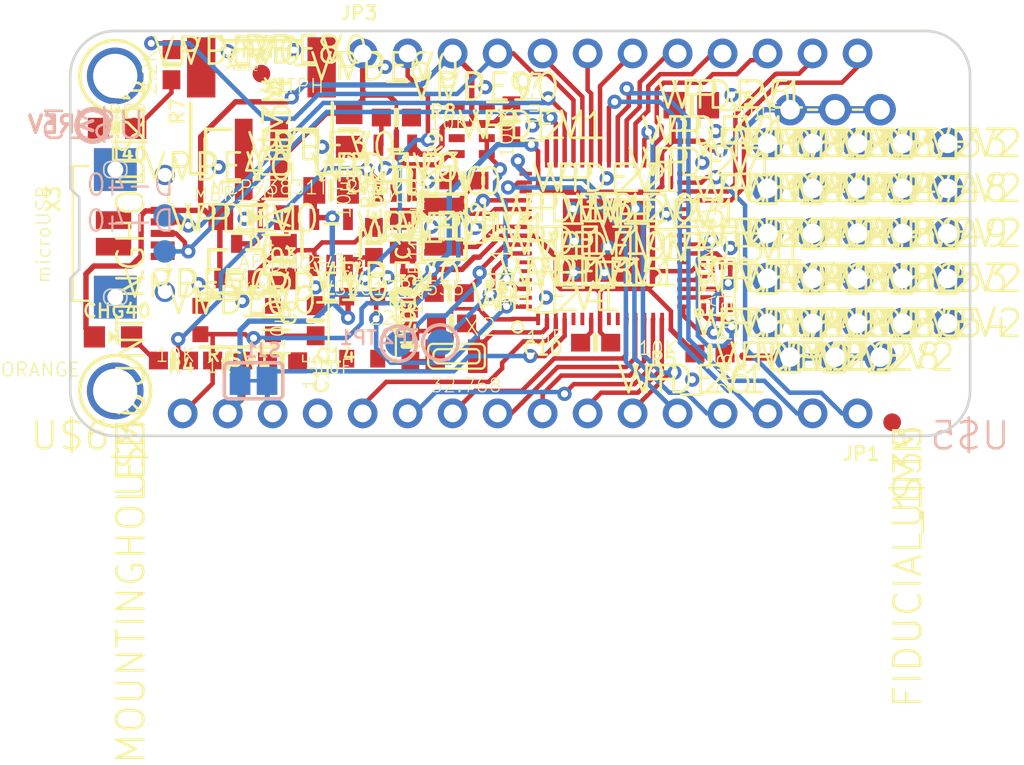
<source format=kicad_pcb>
(kicad_pcb (version 4) (host pcbnew 4.0.6)
  (layers (0 Top signal) (31 Bottom signal) (34 B.Paste user) (35 F.Paste user) (36 B.SilkS user) (37 F.SilkS user) (38 B.Mask user) (39 F.Mask user) (44 Edge.Cuts user))
  (net 0 "")
  (net 1 GND)
  (net 2 MOSI)
  (net 3 MISO)
  (net 4 SCK)
  (net 5 A5)
  (net 6 A4)
  (net 7 A3)
  (net 8 A2)
  (net 9 A1)
  (net 10 D11)
  (net 11 D12)
  (net 12 +3V3)
  (net 13 VBUS)
  (net 14 VBAT)
  (net 15 N$2)
  (net 16 AREF)
  (net 17 D13)
  (net 18 A0)
  (net 19 N$1)
  (net 20 N$3)
  (net 21 N$4)
  (net 22 SCL)
  (net 23 SDA)
  (net 24 D9)
  (net 25 D8_NEOPIX)
  (net 26 D6)
  (net 27 D5)
  (net 28 D10)
  (net 29 D+)
  (net 30 D-)
  (net 31 ~RESET)
  (net 32 SWCLK)
  (net 33 SWDIO)
  (net 34 N$5)
  (net 35 N$7)
  (net 36 EN)
  (net 37 VHI)
  (net 38 QSPI_DATA[0])
  (net 39 QSPI_DATA[1])
  (net 40 QSPI_SCK)
  (net 41 QSPI_CS)
  (net 42 RX_D0)
  (net 43 TX_D1)
  (net 44 N$21)
  (net 45 V_DIV)
  (net 46 QSPI_DATA[3])
  (net 47 QSPI_DATA[2])
  (net 48 N$6)
  (net 49 N$8)
  (net 50 N$9)
  (net 51 N$10)
  (net 52 N$16)
  (net 53 N$17)
  (net 54 N$18)
  (net 55 N$19)
  (net 56 N$20)
  (net 57 N$22)
  (net 58 N$23)
  (net 59 N$24)
  (net 60 N$25)
  (net 61 N$26)
  (net 62 N$27)
  (net 63 N$28)
  (net 64 N$29)
  (net 65 N$30)
  (net 66 N$31)
  (net 67 VDDCORE1)
  (net 68 N$11)
  (net 69 D4)
  (net 70 N$12)
  (net 71 N$13)
  (net 72 N$14)
  (net 73 N$15)
  (net 74 N$32)
  (module "" (layer Top) (at 171.3611 96.1136)
    (fp_text reference @HOLE0 hide)
    (fp_text value "" (at 0 0) (layer F.SilkS))
    (pad "" np_thru_hole circle (at 0 0) (size 2.54 2.54) (drill 2.54) (layers *.Cu))
  )
  (module "" (layer Top) (at 171.3611 113.8936)
    (fp_text reference @HOLE1 hide)
    (fp_text value "" (at 0 0) (layer F.SilkS))
    (pad "" np_thru_hole circle (at 0 0) (size 2.54 2.54) (drill 2.54) (layers *.Cu))
  )
  (module 0805-NO (layer Top) (at 135.1426 106.5961 270)
    (fp_text reference C6 (at 2.032 0.127 450) (layer F.SilkS) (effects (font (size 0.77216 0.77216) (thickness 0.138988)) (justify right top)))
    (fp_text value 10µF (at 2.032 0.762 450) (layer F.SilkS) (effects (font (size 0.77216 0.77216) (thickness 0.077216)) (justify right top)))
    (pad 1 smd rect (at -0.95 0 270) (size 1.24 1.5) (layers Top F.Paste F.Mask) (net 37 VHI))
    (pad 2 smd rect (at 0.95 0 270) (size 1.24 1.5) (layers Top F.Paste F.Mask) (net 1 GND))
  )
  (module 0603-NO (layer Top) (at 148.0101 98.6534 90)
    (fp_text reference C7 (at 1.778 0.127 360) (layer F.SilkS) (effects (font (size 0.77216 0.77216) (thickness 0.138988)) (justify left bottom)))
    (fp_text value 1uF (at 1.778 0.762 90) (layer F.SilkS) (effects (font (size 0.77216 0.77216) (thickness 0.077216)) (justify right top)))
    (pad 1 smd rect (at -0.85 0 90) (size 1.075 1) (layers Top F.Paste F.Mask) (net 12 +3V3))
    (pad 2 smd rect (at 0.85 0 90) (size 1.075 1) (layers Top F.Paste F.Mask) (net 1 GND))
  )
  (module 0805-NO (layer Top) (at 137.8296 102.5756)
    (fp_text reference C8 (at 2.032 0.127 90) (layer F.SilkS) (effects (font (size 0.77216 0.77216) (thickness 0.138988)) (justify right top)))
    (fp_text value 10µF (at 2.032 0.762) (layer F.SilkS) (effects (font (size 0.77216 0.77216) (thickness 0.077216)) (justify left bottom)))
    (pad 1 smd rect (at -0.95 0) (size 1.24 1.5) (layers Top F.Paste F.Mask) (net 12 +3V3))
    (pad 2 smd rect (at 0.95 0) (size 1.24 1.5) (layers Top F.Paste F.Mask) (net 1 GND))
  )
  (module CHIPLED_0805_NOOUTLINE (layer Top) (at 125.7461 99.0746 90)
    (fp_text reference L40 (at -1.016 1.778 360) (layer F.SilkS) (effects (font (size 0.77216 0.77216) (thickness 0.138988)) (justify right top)))
    (fp_text value RED (at 1.397 1.778 360) (layer F.SilkS) (effects (font (size 0.77216 0.77216) (thickness 0.077216)) (justify right top)))
    (pad C smd rect (at 0 -1.05 90) (size 1.2 1.2) (layers Top F.Paste F.Mask) (net 1 GND))
    (pad A smd rect (at 0 1.05 90) (size 1.2 1.2) (layers Top F.Paste F.Mask) (net 15 N$2))
  )
  (module 0603-NO (layer Top) (at 135.0899 112.216006)
    (fp_text reference C14 (at 1.778 0.127) (layer F.SilkS) (effects (font (size 0.77216 0.77216) (thickness 0.138988)) (justify left bottom)))
    (fp_text value 1uF (at 1.778 0.762) (layer F.SilkS) (effects (font (size 0.77216 0.77216) (thickness 0.077216)) (justify left bottom)))
    (pad 1 smd rect (at -0.85 0) (size 1.075 1) (layers Top F.Paste F.Mask) (net 16 AREF))
    (pad 2 smd rect (at 0.85 0) (size 1.075 1) (layers Top F.Paste F.Mask) (net 1 GND))
  )
  (module 0603-NO (layer Top) (at 128.8161 95.4786 270)
    (fp_text reference R7 (at 1.778 0.127 450) (layer F.SilkS) (effects (font (size 0.77216 0.77216) (thickness 0.138988)) (justify right top)))
    (fp_text value 2.2K (at 1.778 0.762 450) (layer F.SilkS) (effects (font (size 0.77216 0.77216) (thickness 0.077216)) (justify left bottom)))
    (pad 1 smd rect (at -0.85 0 270) (size 1.075 1) (layers Top F.Paste F.Mask) (net 17 D13))
    (pad 2 smd rect (at 0.85 0 270) (size 1.075 1) (layers Top F.Paste F.Mask) (net 15 N$2))
  )
  (module FIDUCIAL_1MM (layer Top) (at 133.8961 95.9866 270)
    (fp_text reference U$34 (at 0 0 270) (layer F.SilkS) (effects (justify right top)))
    (fp_text value FIDUCIAL_1MM (at 0 0 270) (layer F.SilkS) (effects (justify right top)))
    (pad 1 smd circle (at 0 0 270) (size 1 1) (layers Top F.Paste F.Mask))
  )
  (module FIDUCIAL_1MM (layer Top) (at 169.5033 115.6646 270)
    (fp_text reference U$35 (at 0 0 270) (layer F.SilkS) (effects (justify right top)))
    (fp_text value FIDUCIAL_1MM (at 0 0 270) (layer F.SilkS) (effects (justify right top)))
    (pad 1 smd circle (at 0 0 270) (size 1 1) (layers Top F.Paste F.Mask))
  )
  (module BTN_KMR2_4.6X2.8 (layer Top) (at 132.4991 109.8931 180)
    (fp_text reference SW1 (at -2.032 -1.778 180) (layer F.SilkS) (effects (font (size 0.77216 0.77216) (thickness 0.146304)) (justify right top)))
    (fp_text value KMR2 (at -2.032 2.159 180) (layer F.SilkS) (effects (font (size 0.38608 0.38608) (thickness 0.04064)) (justify right top)))
    (pad A smd rect (at 2.05 -0.8 180) (size 0.9 0.9) (layers Top F.Paste F.Mask) (net 31 ~RESET))
    (pad B smd rect (at 2.05 0.8 180) (size 0.9 0.9) (layers Top F.Paste F.Mask) (net 1 GND))
    (pad B' smd rect (at -2.05 0.8 180) (size 0.9 0.9) (layers Top F.Paste F.Mask) (net 1 GND))
    (pad A' smd rect (at -2.05 -0.8 180) (size 0.9 0.9) (layers Top F.Paste F.Mask) (net 31 ~RESET))
  )
  (module MOUNTINGHOLE_2.5_PLATED (layer Top) (at 125.6411 96.1136 270)
    (fp_text reference U$31 (at 0 0 270) (layer F.SilkS) (effects (justify right top)))
    (fp_text value MOUNTINGHOLE2.5 (at 0 0 270) (layer F.SilkS) (effects (justify right top)))
    (pad P$1 thru_hole circle (at 0 0 270) (size 3.2 3.2) (drill 2.5) (layers *.Cu *.Mask))
  )
  (module MOUNTINGHOLE_2.5_PLATED (layer Top) (at 125.6411 113.8936 270)
    (fp_text reference U$32 (at 0 0 270) (layer F.SilkS) (effects (justify right top)))
    (fp_text value MOUNTINGHOLE2.5 (at 0 0 270) (layer F.SilkS) (effects (justify right top)))
    (pad P$1 thru_hole circle (at 0 0 270) (size 3.2 3.2) (drill 2.5) (layers *.Cu *.Mask))
  )
  (module 4UCONN_20329_V2 (layer Top) (at 127.5461 105.0036 270)
    (fp_text reference X3 (at -2.778 5.852 450) (layer F.SilkS) (effects (font (size 0.77216 0.77216) (thickness 0.138988)) (justify right top)))
    (fp_text value microUSB (at -2.778 6.41 450) (layer F.SilkS) (effects (font (size 0.77216 0.77216) (thickness 0.077216)) (justify right top)))
    (fp_arc (start -3.7 1.6) (end -4.05 1.6) (angle 90) (layer Edge.Cuts) (width 0))
    (fp_line (start -3.7 1.25) (end -3.5 1.25) (layer Edge.Cuts) (width 0))
    (fp_arc (start -3.5 1.6) (end -3.5 1.25) (angle 90) (layer Edge.Cuts) (width 0))
    (fp_line (start -3.15 1.6) (end -3.15 2.15) (layer Edge.Cuts) (width 0))
    (fp_arc (start -3.525 2.175) (end -3.15 2.15) (angle 90) (layer Edge.Cuts) (width 0))
    (fp_line (start -3.5 2.55) (end -3.7 2.55) (layer Edge.Cuts) (width 0))
    (fp_arc (start -3.675 2.175) (end -3.7 2.55) (angle 90) (layer Edge.Cuts) (width 0))
    (fp_line (start -4.05 2.15) (end -4.05 1.6) (layer Edge.Cuts) (width 0))
    (fp_arc (start 3.65 2.15) (end 4.05 2.2) (angle 90) (layer Edge.Cuts) (width 0))
    (fp_arc (start 3.55 2.15) (end 3.6 2.55) (angle 90) (layer Edge.Cuts) (width 0))
    (fp_line (start 4.05 1.6) (end 4.05 2.2) (layer Edge.Cuts) (width 0))
    (fp_arc (start 3.65 1.65) (end 3.6 1.25) (angle 90) (layer Edge.Cuts) (width 0))
    (fp_arc (start 3.55 1.65) (end 3.15 1.6) (angle 90) (layer Edge.Cuts) (width 0))
    (fp_line (start 3.15 2.2) (end 3.15 1.6) (layer Edge.Cuts) (width 0))
    (pad "" np_thru_hole circle (at -1.95 0 270) (size 0.7 0.7) (drill 0.7) (layers *.Cu))
    (pad "" np_thru_hole circle (at 1.95 0 270) (size 0.7 0.7) (drill 0.7) (layers *.Cu))
    (pad SPRT thru_hole rect (at 3.6 1.9) (size 2.413 2.413) (drill 0.9) (layers *.Cu *.Mask))
    (pad SPRT thru_hole rect (at -3.6 1.9) (size 2.413 2.413) (drill 0.9) (layers *.Cu *.Mask))
    (pad SPRT thru_hole circle (at -3.3 -0.9 90) (size 1.143 1.143) (drill 0.8) (layers *.Cu *.Mask))
    (pad SPRT thru_hole circle (at 3.3 -0.9 270) (size 1.143 1.143) (drill 0.8) (layers *.Cu *.Mask))
    (pad VBUS smd rect (at -1.3 -0.775 270) (size 0.4 1.35) (layers Top F.Paste F.Mask) (net 13 VBUS))
    (pad D- smd rect (at -0.65 -0.775 270) (size 0.4 1.35) (layers Top F.Paste F.Mask) (net 30 D-))
    (pad D+ smd rect (at 0 -0.775 270) (size 0.4 1.35) (layers Top F.Paste F.Mask) (net 29 D+))
    (pad ID smd rect (at 0.65 -0.775 270) (size 0.4 1.35) (layers Top F.Paste F.Mask))
    (pad GND smd rect (at 1.3 -0.775 270) (size 0.4 1.35) (layers Top F.Paste F.Mask) (net 1 GND))
    (pad BASE smd rect (at -0.75 2) (size 2 1) (layers Top F.Paste F.Mask))
    (pad BASE smd rect (at 0.75 2) (size 2 1) (layers Top F.Paste F.Mask))
  )
  (module SOT23-5 (layer Top) (at 137.8331 105.5116)
    (fp_text reference U2 (at 1.978 0) (layer F.SilkS) (effects (font (size 0.77216 0.77216) (thickness 0.138988)) (justify left bottom)))
    (fp_text value AP2112-3.3 (at 1.978 0.635) (layer F.SilkS) (effects (font (size 0.77216 0.77216) (thickness 0.077216)) (justify right top)))
    (pad 1 smd rect (at -0.95 1.3001) (size 0.55 1.2) (layers Top F.Paste F.Mask) (net 37 VHI))
    (pad 2 smd rect (at 0 1.3001) (size 0.55 1.2) (layers Top F.Paste F.Mask) (net 1 GND))
    (pad 3 smd rect (at 0.95 1.3001) (size 0.55 1.2) (layers Top F.Paste F.Mask) (net 36 EN))
    (pad 4 smd rect (at 0.95 -1.3001) (size 0.55 1.2) (layers Top F.Paste F.Mask))
    (pad 5 smd rect (at -0.95 -1.3001) (size 0.55 1.2) (layers Top F.Paste F.Mask) (net 12 +3V3))
  )
  (module 1X16_ROUND (layer Top) (at 148.5011 115.1636 180)
    (fp_text reference JP1 (at -20.3962 -1.8288 360) (layer F.SilkS) (effects (font (size 0.77216 0.77216) (thickness 0.138988)) (justify right top)))
    (fp_text value "" (at -20.32 3.175 360) (layer F.SilkS) (effects (font (size 0.38608 0.38608) (thickness 0.038608)) (justify right top)))
    (pad 1 thru_hole circle (at -19.05 0 270) (size 1.6764 1.6764) (drill 1) (layers *.Cu *.Mask) (net 69 D4))
    (pad 2 thru_hole circle (at -16.51 0 270) (size 1.6764 1.6764) (drill 1) (layers *.Cu *.Mask) (net 43 TX_D1))
    (pad 3 thru_hole circle (at -13.97 0 270) (size 1.6764 1.6764) (drill 1) (layers *.Cu *.Mask) (net 42 RX_D0))
    (pad 4 thru_hole circle (at -11.43 0 270) (size 1.6764 1.6764) (drill 1) (layers *.Cu *.Mask) (net 3 MISO))
    (pad 5 thru_hole circle (at -8.89 0 270) (size 1.6764 1.6764) (drill 1) (layers *.Cu *.Mask) (net 2 MOSI))
    (pad 6 thru_hole circle (at -6.35 0 270) (size 1.6764 1.6764) (drill 1) (layers *.Cu *.Mask) (net 4 SCK))
    (pad 7 thru_hole circle (at -3.81 0 270) (size 1.6764 1.6764) (drill 1) (layers *.Cu *.Mask) (net 5 A5))
    (pad 8 thru_hole circle (at -1.27 0 270) (size 1.6764 1.6764) (drill 1) (layers *.Cu *.Mask) (net 6 A4))
    (pad 9 thru_hole circle (at 1.27 0 270) (size 1.6764 1.6764) (drill 1) (layers *.Cu *.Mask) (net 7 A3))
    (pad 10 thru_hole circle (at 3.81 0 270) (size 1.6764 1.6764) (drill 1) (layers *.Cu *.Mask) (net 8 A2))
    (pad 11 thru_hole circle (at 6.35 0 270) (size 1.6764 1.6764) (drill 1) (layers *.Cu *.Mask) (net 9 A1))
    (pad 12 thru_hole circle (at 8.89 0 270) (size 1.6764 1.6764) (drill 1) (layers *.Cu *.Mask) (net 18 A0))
    (pad 13 thru_hole circle (at 11.43 0 270) (size 1.6764 1.6764) (drill 1) (layers *.Cu *.Mask) (net 1 GND))
    (pad 14 thru_hole circle (at 13.97 0 270) (size 1.6764 1.6764) (drill 1) (layers *.Cu *.Mask) (net 16 AREF))
    (pad 15 thru_hole circle (at 16.51 0 270) (size 1.6764 1.6764) (drill 1) (layers *.Cu *.Mask) (net 12 +3V3))
    (pad 16 thru_hole circle (at 19.05 0 270) (size 1.6764 1.6764) (drill 1) (layers *.Cu *.Mask) (net 31 ~RESET))
  )
  (module JSTPH2 (layer Top) (at 133.8961 97.1296)
    (fp_text reference X1 (at 0 0) (layer F.SilkS) (effects (font (size 0.77216 0.77216) (thickness 0.138988)) (justify left bottom)))
    (fp_text value JSTPH (at 0 0) (layer F.SilkS) (effects (font (size 0.77216 0.77216) (thickness 0.077216)) (justify left bottom)))
    (fp_text user >Name (at -2.2225 -1.9685) (layer F.SilkS) (effects (font (size 0.77216 0.77216) (thickness 0.146304)) (justify left bottom)))
    (fp_text user >Value (at -2.2225 -1.27) (layer F.SilkS) (effects (font (size 0.38608 0.38608) (thickness 0.04064)) (justify left bottom)))
    (pad 1 smd rect (at -1 3.7) (size 1 4.6) (layers Top F.Paste F.Mask) (net 1 GND))
    (pad 2 smd rect (at 1 3.7) (size 1 4.6) (layers Top F.Paste F.Mask) (net 14 VBAT))
    (pad NC1 smd rect (at -3.4 -1.5 90) (size 3.4 1.6) (layers Top F.Paste F.Mask))
    (pad NC2 smd rect (at 3.4 -1.5 90) (size 3.4 1.6) (layers Top F.Paste F.Mask))
  )
  (module 1X12_ROUND (layer Top) (at 153.5811 94.8436)
    (fp_text reference JP3 (at -15.3162 -1.8288) (layer F.SilkS) (effects (font (size 0.77216 0.77216) (thickness 0.138988)) (justify left bottom)))
    (fp_text value "" (at -15.24 3.175) (layer F.SilkS) (effects (font (size 0.38608 0.38608) (thickness 0.038608)) (justify left bottom)))
    (pad 1 thru_hole circle (at -13.97 0 90) (size 1.6764 1.6764) (drill 1) (layers *.Cu *.Mask) (net 14 VBAT))
    (pad 2 thru_hole circle (at -11.43 0 90) (size 1.6764 1.6764) (drill 1) (layers *.Cu *.Mask) (net 36 EN))
    (pad 3 thru_hole circle (at -8.89 0 90) (size 1.6764 1.6764) (drill 1) (layers *.Cu *.Mask) (net 13 VBUS))
    (pad 4 thru_hole circle (at -6.35 0 90) (size 1.6764 1.6764) (drill 1) (layers *.Cu *.Mask) (net 17 D13))
    (pad 5 thru_hole circle (at -3.81 0 90) (size 1.6764 1.6764) (drill 1) (layers *.Cu *.Mask) (net 11 D12))
    (pad 6 thru_hole circle (at -1.27 0 90) (size 1.6764 1.6764) (drill 1) (layers *.Cu *.Mask) (net 10 D11))
    (pad 7 thru_hole circle (at 1.27 0 90) (size 1.6764 1.6764) (drill 1) (layers *.Cu *.Mask) (net 28 D10))
    (pad 8 thru_hole circle (at 3.81 0 90) (size 1.6764 1.6764) (drill 1) (layers *.Cu *.Mask) (net 24 D9))
    (pad 9 thru_hole circle (at 6.35 0 90) (size 1.6764 1.6764) (drill 1) (layers *.Cu *.Mask) (net 26 D6))
    (pad 10 thru_hole circle (at 8.89 0 90) (size 1.6764 1.6764) (drill 1) (layers *.Cu *.Mask) (net 27 D5))
    (pad 11 thru_hole circle (at 11.43 0 90) (size 1.6764 1.6764) (drill 1) (layers *.Cu *.Mask) (net 22 SCL))
    (pad 12 thru_hole circle (at 13.97 0 90) (size 1.6764 1.6764) (drill 1) (layers *.Cu *.Mask) (net 23 SDA))
  )
  (module SOT23-5 (layer Top) (at 141.4526 101.3206)
    (fp_text reference U3 (at 1.978 0) (layer F.SilkS) (effects (font (size 0.77216 0.77216) (thickness 0.138988)) (justify left bottom)))
    (fp_text value MCP73831T-2ACI/OT (at 1.978 0.635) (layer F.SilkS) (effects (font (size 0.77216 0.77216) (thickness 0.077216)) (justify right top)))
    (pad 1 smd rect (at -0.95 1.3001) (size 0.55 1.2) (layers Top F.Paste F.Mask) (net 20 N$3))
    (pad 2 smd rect (at 0 1.3001) (size 0.55 1.2) (layers Top F.Paste F.Mask) (net 1 GND))
    (pad 3 smd rect (at 0.95 1.3001) (size 0.55 1.2) (layers Top F.Paste F.Mask) (net 14 VBAT))
    (pad 4 smd rect (at 0.95 -1.3001) (size 0.55 1.2) (layers Top F.Paste F.Mask) (net 13 VBUS))
    (pad 5 smd rect (at -0.95 -1.3001) (size 0.55 1.2) (layers Top F.Paste F.Mask) (net 21 N$4))
  )
  (module CHIPLED_0805_NOOUTLINE (layer Top) (at 125.5141 110.8456 270)
    (fp_text reference CHG40 (at -1.016 1.778 360) (layer F.SilkS) (effects (font (size 0.77216 0.77216) (thickness 0.138988)) (justify left bottom)))
    (fp_text value ORANGE (at 1.397 1.778 360) (layer F.SilkS) (effects (font (size 0.77216 0.77216) (thickness 0.077216)) (justify right top)))
    (pad C smd rect (at 0 -1.05 270) (size 1.2 1.2) (layers Top F.Paste F.Mask) (net 19 N$1))
    (pad A smd rect (at 0 1.05 270) (size 1.2 1.2) (layers Top F.Paste F.Mask) (net 13 VBUS))
  )
  (module 0603-NO (layer Top) (at 128.9304 112.1791)
    (fp_text reference R2 (at 1.778 0.127) (layer F.SilkS) (effects (font (size 0.77216 0.77216) (thickness 0.138988)) (justify left bottom)))
    (fp_text value 1K (at 1.778 0.762) (layer F.SilkS) (effects (font (size 0.77216 0.77216) (thickness 0.077216)) (justify left bottom)))
    (pad 1 smd rect (at -0.85 0) (size 1.075 1) (layers Top F.Paste F.Mask) (net 19 N$1))
    (pad 2 smd rect (at 0.85 0) (size 1.075 1) (layers Top F.Paste F.Mask) (net 20 N$3))
  )
  (module 0805-NO (layer Top) (at 138.8491 99.1616 270)
    (fp_text reference C3 (at 2.032 0.127 450) (layer F.SilkS) (effects (font (size 0.77216 0.77216) (thickness 0.138988)) (justify right top)))
    (fp_text value 10µF (at 2.032 0.762 450) (layer F.SilkS) (effects (font (size 0.77216 0.77216) (thickness 0.077216)) (justify right top)))
    (pad 1 smd rect (at -0.95 0 270) (size 1.24 1.5) (layers Top F.Paste F.Mask) (net 14 VBAT))
    (pad 2 smd rect (at 0.95 0 270) (size 1.24 1.5) (layers Top F.Paste F.Mask) (net 1 GND))
  )
  (module 0603-NO (layer Top) (at 141.5161 98.4631)
    (fp_text reference R8 (at 1.778 0.127) (layer F.SilkS) (effects (font (size 0.77216 0.77216) (thickness 0.138988)) (justify left bottom)))
    (fp_text value 10K\ (at 1.778 0.762) (layer F.SilkS) (effects (font (size 0.77216 0.77216) (thickness 0.077216)) (justify left bottom)))
    (pad 1 smd rect (at -0.85 0) (size 1.075 1) (layers Top F.Paste F.Mask) (net 21 N$4))
    (pad 2 smd rect (at 0.85 0) (size 1.075 1) (layers Top F.Paste F.Mask) (net 1 GND))
  )
  (module 0603-NO (layer Top) (at 142.3035 111.3663 90)
    (fp_text reference C2 (at 1.778 0.127 90) (layer F.SilkS) (effects (font (size 0.77216 0.77216) (thickness 0.138988)) (justify left bottom)))
    (fp_text value 22pF (at 1.778 0.762 90) (layer F.SilkS) (effects (font (size 0.77216 0.77216) (thickness 0.077216)) (justify left bottom)))
    (pad 1 smd rect (at -0.85 0 90) (size 1.075 1) (layers Top F.Paste F.Mask) (net 34 N$5))
    (pad 2 smd rect (at 0.85 0 90) (size 1.075 1) (layers Top F.Paste F.Mask) (net 1 GND))
  )
  (module 0603-NO (layer Top) (at 144.6276 110.0836 180)
    (fp_text reference C4 (at 1.778 0.127 360) (layer F.SilkS) (effects (font (size 0.77216 0.77216) (thickness 0.138988)) (justify right top)))
    (fp_text value 22pF (at 1.778 0.762 360) (layer F.SilkS) (effects (font (size 0.77216 0.77216) (thickness 0.077216)) (justify right top)))
    (pad 1 smd rect (at -0.85 0 180) (size 1.075 1) (layers Top F.Paste F.Mask) (net 35 N$7))
    (pad 2 smd rect (at 0.85 0 180) (size 1.075 1) (layers Top F.Paste F.Mask) (net 1 GND))
  )
  (module XTAL3215 (layer Top) (at 144.907 111.9378 180)
    (fp_text reference X2 (at -2.3 2.2 360) (layer F.SilkS) (effects (font (size 0.9652 0.9652) (thickness 0.077216)) (justify right top)))
    (fp_text value 32.768 (at -2.6 -1.2 360) (layer F.SilkS) (effects (font (size 0.77216 0.77216) (thickness 0.061772)) (justify right top)))
    (pad P$1 smd rect (at 1.2 0 180) (size 1.1 1.9) (layers Top F.Paste F.Mask) (net 34 N$5))
    (pad P$2 smd rect (at -1.2 0) (size 1.1 1.9) (layers Top F.Paste F.Mask) (net 35 N$7))
  )
  (module 0805-NO (layer Top) (at 158.1658 97.7646)
    (fp_text reference C5 (at 2.032 0.127) (layer F.SilkS) (effects (font (size 0.77216 0.77216) (thickness 0.138988)) (justify left bottom)))
    (fp_text value 10uF (at 2.032 0.762) (layer F.SilkS) (effects (font (size 0.77216 0.77216) (thickness 0.077216)) (justify left bottom)))
    (pad 1 smd rect (at -0.95 0) (size 1.24 1.5) (layers Top F.Paste F.Mask) (net 12 +3V3))
    (pad 2 smd rect (at 0.95 0) (size 1.24 1.5) (layers Top F.Paste F.Mask) (net 1 GND))
  )
  (module TESTPOINT_ROUND_1.5MM (layer Bottom) (at 141.6431 111.2266 180)
    (fp_text reference TP1 (at 1.143 -0.127 360) (layer B.SilkS) (effects (font (size 0.77216 0.77216) (thickness 0.138988)) (justify left bottom mirror)))
    (fp_text value "" (at 1.143 -0.635 360) (layer B.SilkS) (effects (font (size 0.38608 0.38608) (thickness 0.038608)) (justify left bottom mirror)))
    (pad P$1 smd circle (at 0 0 180) (size 1.5 1.5) (layers Bottom B.Paste B.Mask) (net 32 SWCLK))
  )
  (module TESTPOINT_ROUND_1.5MM (layer Bottom) (at 143.9926 111.1631 180)
    (fp_text reference TP2 (at 1.143 -0.127 360) (layer B.SilkS) (effects (font (size 0.77216 0.77216) (thickness 0.138988)) (justify left bottom mirror)))
    (fp_text value "" (at 1.143 -0.635 360) (layer B.SilkS) (effects (font (size 0.38608 0.38608) (thickness 0.038608)) (justify left bottom mirror)))
    (pad P$1 smd circle (at 0 0 180) (size 1.5 1.5) (layers Bottom B.Paste B.Mask) (net 33 SWDIO))
  )
  (module PCBFEAT-REV-040 (layer Bottom) (at 124.3711 98.9076 180)
    (fp_text reference U$13 (at 0 0 180) (layer B.SilkS) (effects (justify mirror)))
    (fp_text value "" (at 0 0 180) (layer B.SilkS) (effects (justify mirror)))
    (fp_text user >REV (at -0.3556 -0.508 180) (layer B.SilkS) (effects (font (size 0.9652 0.9652) (thickness 0.2032)) (justify left bottom mirror)))
  )
  (module LED3535 (layer Top) (at 139.5857 110.3249 270)
    (fp_text reference LED1 (at -1.905 -2.159 450) (layer F.SilkS) (effects (font (size 0.77216 0.77216) (thickness 0.138988)) (justify right top)))
    (fp_text value WS2812B3535 (at -1.778 2.54 360) (layer F.SilkS) (effects (font (size 0.77216 0.77216) (thickness 0.077216)) (justify left bottom)))
    (pad 1 smd rect (at -1.75 -0.875) (size 0.85 1) (layers Top F.Paste F.Mask) (net 25 D8_NEOPIX))
    (pad 4 smd rect (at 1.75 -0.875) (size 0.85 1) (layers Top F.Paste F.Mask) (net 1 GND))
    (pad 2 smd rect (at -1.75 0.875) (size 0.85 1) (layers Top F.Paste F.Mask) (net 12 +3V3))
    (pad 3 smd rect (at 1.75 0.875) (size 0.85 1) (layers Top F.Paste F.Mask))
  )
  (module USON8 (layer Top) (at 159.6136 108.0008 90)
    (fp_text reference U1 (at 0 0 90) (layer F.SilkS) (effects (font (size 0.77216 0.77216) (thickness 0.138988)) (justify left bottom)))
    (fp_text value "2MB Flash" (at 0 0 90) (layer F.SilkS) (effects (font (size 0.77216 0.77216) (thickness 0.077216)) (justify right top)))
    (pad 1 smd rect (at -1.2 -0.75 180) (size 0.275 0.5) (layers Top F.Paste F.Mask) (net 41 QSPI_CS))
    (pad 2 smd rect (at -1.2 -0.25 180) (size 0.275 0.5) (layers Top F.Paste F.Mask) (net 39 QSPI_DATA[1]))
    (pad 3 smd rect (at -1.2 0.25 180) (size 0.275 0.5) (layers Top F.Paste F.Mask) (net 47 QSPI_DATA[2]))
    (pad 4 smd rect (at -1.2 0.75 180) (size 0.275 0.5) (layers Top F.Paste F.Mask) (net 1 GND))
    (pad 8 smd rect (at 1.2 -0.75 180) (size 0.275 0.5) (layers Top F.Paste F.Mask) (net 12 +3V3))
    (pad 7 smd rect (at 1.2 -0.25 180) (size 0.275 0.5) (layers Top F.Paste F.Mask) (net 46 QSPI_DATA[3]))
    (pad 6 smd rect (at 1.2 0.25 180) (size 0.275 0.5) (layers Top F.Paste F.Mask) (net 40 QSPI_SCK))
    (pad 5 smd rect (at 1.2 0.75 180) (size 0.275 0.5) (layers Top F.Paste F.Mask) (net 38 QSPI_DATA[0]))
  )
  (module 0603-NO (layer Top) (at 159.2199 111.7854 180)
    (fp_text reference R5 (at 1.778 0.127 360) (layer F.SilkS) (effects (font (size 0.77216 0.77216) (thickness 0.138988)) (justify right top)))
    (fp_text value 10K (at 1.778 0.762 360) (layer F.SilkS) (effects (font (size 0.77216 0.77216) (thickness 0.077216)) (justify right top)))
    (pad 1 smd rect (at -0.85 0 180) (size 1.075 1) (layers Top F.Paste F.Mask) (net 41 QSPI_CS))
    (pad 2 smd rect (at 0.85 0 180) (size 1.075 1) (layers Top F.Paste F.Mask) (net 12 +3V3))
  )
  (module 0603-NO (layer Top) (at 142.2273 108.3691 90)
    (fp_text reference C11 (at 1.778 0.127 90) (layer F.SilkS) (effects (font (size 0.77216 0.77216) (thickness 0.138988)) (justify left bottom)))
    (fp_text value 1uF (at 1.778 0.762 90) (layer F.SilkS) (effects (font (size 0.77216 0.77216) (thickness 0.077216)) (justify left bottom)))
    (pad 1 smd rect (at -0.85 0 90) (size 1.075 1) (layers Top F.Paste F.Mask) (net 12 +3V3))
    (pad 2 smd rect (at 0.85 0 90) (size 1.075 1) (layers Top F.Paste F.Mask) (net 1 GND))
  )
  (module 0603-NO (layer Top) (at 152.763306 111.170803 180)
    (fp_text reference C10 (at 1.778 0.127 360) (layer F.SilkS) (effects (font (size 0.77216 0.77216) (thickness 0.138988)) (justify right top)))
    (fp_text value 1uF (at 1.778 0.762 360) (layer F.SilkS) (effects (font (size 0.77216 0.77216) (thickness 0.077216)) (justify right top)))
    (pad 1 smd rect (at -0.85 0 180) (size 1.075 1) (layers Top F.Paste F.Mask) (net 12 +3V3))
    (pad 2 smd rect (at 0.85 0 180) (size 1.075 1) (layers Top F.Paste F.Mask) (net 1 GND))
  )
  (module 0603-NO (layer Top) (at 131.9911 112.1791 180)
    (fp_text reference R4 (at 1.778 0.127 360) (layer F.SilkS) (effects (font (size 0.77216 0.77216) (thickness 0.138988)) (justify right top)))
    (fp_text value 10K (at 1.778 0.762 360) (layer F.SilkS) (effects (font (size 0.77216 0.77216) (thickness 0.077216)) (justify right top)))
    (pad 1 smd rect (at -0.85 0 180) (size 1.075 1) (layers Top F.Paste F.Mask) (net 12 +3V3))
    (pad 2 smd rect (at 0.85 0 180) (size 1.075 1) (layers Top F.Paste F.Mask) (net 31 ~RESET))
  )
  (module SOD-123 (layer Top) (at 133.4516 104.1146 180)
    (fp_text reference D4 (at -1.27 -1.016 360) (layer F.SilkS) (effects (font (size 0.77216 0.77216) (thickness 0.138988)) (justify right top)))
    (fp_text value MBR120 (at -1.27 1.778 360) (layer F.SilkS) (effects (font (size 0.77216 0.77216) (thickness 0.077216)) (justify right top)))
    (pad C smd rect (at -1.85 0 270) (size 1.4 1.4) (layers Top F.Paste F.Mask) (net 37 VHI))
    (pad A smd rect (at 1.85 0 270) (size 1.4 1.4) (layers Top F.Paste F.Mask) (net 13 VBUS))
  )
  (module SOT23-R (layer Top) (at 132.4991 106.5911)
    (fp_text reference Q3 (at 1.778 0.127) (layer F.SilkS) (effects (font (size 0.77216 0.77216) (thickness 0.138988)) (justify left bottom)))
    (fp_text value DMG341 (at 1.778 0.635) (layer F.SilkS) (effects (font (size 0.77216 0.77216) (thickness 0.077216)) (justify left bottom)))
    (pad 3 smd rect (at 0 -1) (size 0.635 1.016) (layers Top F.Paste F.Mask) (net 14 VBAT))
    (pad 2 smd rect (at 0.95 1) (size 0.635 1.016) (layers Top F.Paste F.Mask) (net 37 VHI))
    (pad 1 smd rect (at -0.95 1) (size 0.635 1.016) (layers Top F.Paste F.Mask) (net 13 VBUS))
  )
  (module RESPACK_4X0603_NO (layer Top) (at 145.7706 99.2251 90)
    (fp_text reference R9 (at -1.6 -1.6 90) (layer F.SilkS) (effects (font (size 0.77216 0.77216) (thickness 0.138988)) (justify left bottom)))
    (fp_text value 100K (at -1.6 2.4 90) (layer F.SilkS) (effects (font (size 0.77216 0.77216) (thickness 0.077216)) (justify left bottom)))
    (pad 8 smd rect (at -1.3 -0.85 90) (size 0.45 0.9) (layers Top F.Paste F.Mask) (net 14 VBAT))
    (pad 1 smd rect (at -1.3 0.85 90) (size 0.45 0.9) (layers Top F.Paste F.Mask) (net 45 V_DIV))
    (pad 7 smd rect (at -0.4 -0.85 90) (size 0.45 0.9) (layers Top F.Paste F.Mask) (net 1 GND))
    (pad 6 smd rect (at 0.4 -0.85 90) (size 0.45 0.9) (layers Top F.Paste F.Mask) (net 13 VBUS))
    (pad 5 smd rect (at 1.3 -0.85 90) (size 0.45 0.9) (layers Top F.Paste F.Mask))
    (pad 4 smd rect (at 1.3 0.85 90) (size 0.45 0.9) (layers Top F.Paste F.Mask))
    (pad 2 smd rect (at -0.4 0.85 90) (size 0.45 0.9) (layers Top F.Paste F.Mask) (net 45 V_DIV))
    (pad 3 smd rect (at 0.4 0.85 90) (size 0.45 0.9) (layers Top F.Paste F.Mask) (net 1 GND))
  )
  (module SOLDERJUMPER_CLOSEDWIRE (layer Bottom) (at 133.4516 113.3221 180)
    (fp_text reference SJ1 (at -1.651 1.27 180) (layer B.SilkS) (effects (font (size 0.77216 0.77216) (thickness 0.146304)) (justify left bottom mirror)))
    (fp_text value "" (at -1.524 -1.651 180) (layer B.SilkS) (effects (font (size 0.38608 0.38608) (thickness 0.04064)) (justify left bottom mirror)))
    (pad 1 smd rect (at -0.762 0 180) (size 1.1684 1.6002) (layers Bottom B.Paste B.Mask) (net 16 AREF))
    (pad 2 smd rect (at 0.762 0 180) (size 1.1684 1.6002) (layers Bottom B.Paste B.Mask) (net 12 +3V3))
    (pad WIRE smd rect (at 0 0) (size 0.635 0.2032) (layers Bottom B.Paste B.Mask))
  )
  (module B1,27 (layer Bottom) (at 128.4351 106.0196 180)
    (fp_text reference D+40 (at -0.635 1.016 180) (layer B.SilkS) (effects (font (size 1.2065 1.2065) (thickness 0.127)) (justify left bottom mirror)))
    (fp_text value TPB1,27 (at -0.635 -0.762 180) (layer B.SilkS) (effects (font (size 0.02413 0.02413) (thickness 0.002032)) (justify left bottom mirror)))
    (pad TP smd circle (at 0 0 180) (size 1.27 1.27) (layers Bottom B.Paste B.Mask) (net 29 D+))
  )
  (module B1,27 (layer Bottom) (at 128.4351 103.9876 180)
    (fp_text reference D-40 (at -0.635 1.016 180) (layer B.SilkS) (effects (font (size 1.2065 1.2065) (thickness 0.127)) (justify left bottom mirror)))
    (fp_text value TPB1,27 (at -0.635 -0.762 180) (layer B.SilkS) (effects (font (size 0.02413 0.02413) (thickness 0.002032)) (justify left bottom mirror)))
    (pad TP smd circle (at 0 0 180) (size 1.27 1.27) (layers Bottom B.Paste B.Mask) (net 30 D-))
  )
  (module 0603-NO (layer Top) (at 140.2461 105.5116 90)
    (fp_text reference R3 (at 1.778 0.127 90) (layer F.SilkS) (effects (font (size 0.77216 0.77216) (thickness 0.138988)) (justify left bottom)))
    (fp_text value 10K (at 1.778 0.762 90) (layer F.SilkS) (effects (font (size 0.77216 0.77216) (thickness 0.077216)) (justify left bottom)))
    (pad 1 smd rect (at -0.85 0 90) (size 1.075 1) (layers Top F.Paste F.Mask) (net 36 EN))
    (pad 2 smd rect (at 0.85 0 90) (size 1.075 1) (layers Top F.Paste F.Mask) (net 37 VHI))
  )
  (module 0603-NO (layer Top) (at 136.9568 109.9312 270)
    (fp_text reference C12 (at 1.778 0.127 450) (layer F.SilkS) (effects (font (size 0.77216 0.77216) (thickness 0.138988)) (justify right top)))
    (fp_text value 1uF (at 1.778 0.762 450) (layer F.SilkS) (effects (font (size 0.77216 0.77216) (thickness 0.077216)) (justify right top)))
    (pad 1 smd rect (at -0.85 0 270) (size 1.075 1) (layers Top F.Paste F.Mask) (net 1 GND))
    (pad 2 smd rect (at 0.85 0 270) (size 1.075 1) (layers Top F.Paste F.Mask) (net 31 ~RESET))
  )
  (module 0603-NO (layer Top) (at 144.5006 108.3691)
    (fp_text reference R6 (at 1.778 0.127) (layer F.SilkS) (effects (font (size 0.77216 0.77216) (thickness 0.138988)) (justify left bottom)))
    (fp_text value 10K (at 1.778 0.762) (layer F.SilkS) (effects (font (size 0.77216 0.77216) (thickness 0.077216)) (justify left bottom)))
    (pad 1 smd rect (at -0.85 0) (size 1.075 1) (layers Top F.Paste F.Mask) (net 12 +3V3))
    (pad 2 smd rect (at 0.85 0) (size 1.075 1) (layers Top F.Paste F.Mask) (net 32 SWCLK))
  )
  (module PQFN64-1 (layer Top) (at 153.2636 105.3846 90)
    (fp_text reference U$14 (at -3.81 -5.08 90) (layer F.SilkS) (effects (font (size 1.2065 1.2065) (thickness 0.09652)) (justify left bottom)))
    (fp_text value ATSAMD51J (at -3.81 6.35 90) (layer F.SilkS) (effects (font (size 0.77216 0.77216) (thickness 0.061772)) (justify left bottom)))
    (pad 1 smd rect (at -4.45 -3.75 90) (size 0.7 0.22) (layers Top F.Paste F.Mask) (net 34 N$5))
    (pad 2 smd rect (at -4.45 -3.25 90) (size 0.7 0.22) (layers Top F.Paste F.Mask) (net 35 N$7))
    (pad 3 smd rect (at -4.45 -2.75 90) (size 0.7 0.22) (layers Top F.Paste F.Mask) (net 18 A0))
    (pad 4 smd rect (at -4.45 -2.25 90) (size 0.7 0.22) (layers Top F.Paste F.Mask) (net 16 AREF))
    (pad 5 smd rect (at -4.45 -1.75 90) (size 0.7 0.22) (layers Top F.Paste F.Mask))
    (pad 6 smd rect (at -4.45 -1.25 90) (size 0.7 0.22) (layers Top F.Paste F.Mask))
    (pad 7 smd rect (at -4.45 -0.75 90) (size 0.7 0.22) (layers Top F.Paste F.Mask) (net 1 GND))
    (pad 8 smd rect (at -4.45 -0.25 90) (size 0.7 0.22) (layers Top F.Paste F.Mask) (net 12 +3V3))
    (pad 9 smd rect (at -4.45 0.25 90) (size 0.7 0.22) (layers Top F.Paste F.Mask))
    (pad 10 smd rect (at -4.45 0.75 90) (size 0.7 0.22) (layers Top F.Paste F.Mask))
    (pad 11 smd rect (at -4.45 1.25 90) (size 0.7 0.22) (layers Top F.Paste F.Mask) (net 8 A2))
    (pad 12 smd rect (at -4.45 1.75 90) (size 0.7 0.22) (layers Top F.Paste F.Mask) (net 7 A3))
    (pad 13 smd rect (at -4.45 2.25 90) (size 0.7 0.22) (layers Top F.Paste F.Mask) (net 6 A4))
    (pad 14 smd rect (at -4.45 2.75 90) (size 0.7 0.22) (layers Top F.Paste F.Mask) (net 9 A1))
    (pad 15 smd rect (at -4.45 3.25 90) (size 0.7 0.22) (layers Top F.Paste F.Mask) (net 5 A5))
    (pad 16 smd rect (at -4.45 3.75 90) (size 0.7 0.22) (layers Top F.Paste F.Mask) (net 12 +3V3))
    (pad 17 smd rect (at -3.75 4.45 180) (size 0.7 0.22) (layers Top F.Paste F.Mask) (net 38 QSPI_DATA[0]))
    (pad 18 smd rect (at -3.25 4.45 180) (size 0.7 0.22) (layers Top F.Paste F.Mask) (net 39 QSPI_DATA[1]))
    (pad 19 smd rect (at -2.75 4.45 180) (size 0.7 0.22) (layers Top F.Paste F.Mask) (net 47 QSPI_DATA[2]))
    (pad 20 smd rect (at -2.25 4.45 180) (size 0.7 0.22) (layers Top F.Paste F.Mask) (net 46 QSPI_DATA[3]))
    (pad 21 smd rect (at -1.75 4.45 180) (size 0.7 0.22) (layers Top F.Paste F.Mask) (net 12 +3V3))
    (pad 22 smd rect (at -1.25 4.45 180) (size 0.7 0.22) (layers Top F.Paste F.Mask) (net 1 GND))
    (pad 23 smd rect (at -0.75 4.45 180) (size 0.7 0.22) (layers Top F.Paste F.Mask) (net 40 QSPI_SCK))
    (pad 24 smd rect (at -0.25 4.45 180) (size 0.7 0.22) (layers Top F.Paste F.Mask) (net 41 QSPI_CS))
    (pad 25 smd rect (at 0.25 4.45 180) (size 0.7 0.22) (layers Top F.Paste F.Mask))
    (pad 26 smd rect (at 0.75 4.45 180) (size 0.7 0.22) (layers Top F.Paste F.Mask))
    (pad 27 smd rect (at 1.25 4.45 180) (size 0.7 0.22) (layers Top F.Paste F.Mask))
    (pad 28 smd rect (at 1.75 4.45 180) (size 0.7 0.22) (layers Top F.Paste F.Mask))
    (pad 29 smd rect (at 2.25 4.45 180) (size 0.7 0.22) (layers Top F.Paste F.Mask) (net 23 SDA))
    (pad 30 smd rect (at 2.75 4.45 180) (size 0.7 0.22) (layers Top F.Paste F.Mask) (net 22 SCL))
    (pad 31 smd rect (at 3.25 4.45 180) (size 0.7 0.22) (layers Top F.Paste F.Mask) (net 69 D4))
    (pad 32 smd rect (at 3.75 4.45 180) (size 0.7 0.22) (layers Top F.Paste F.Mask))
    (pad 33 smd rect (at 4.45 3.75 270) (size 0.7 0.22) (layers Top F.Paste F.Mask) (net 1 GND))
    (pad 34 smd rect (at 4.45 3.25 270) (size 0.7 0.22) (layers Top F.Paste F.Mask) (net 12 +3V3))
    (pad 35 smd rect (at 4.45 2.75 270) (size 0.7 0.22) (layers Top F.Paste F.Mask) (net 27 D5))
    (pad 36 smd rect (at 4.45 2.25 270) (size 0.7 0.22) (layers Top F.Paste F.Mask) (net 4 SCK))
    (pad 37 smd rect (at 4.45 1.75 270) (size 0.7 0.22) (layers Top F.Paste F.Mask) (net 26 D6))
    (pad 38 smd rect (at 4.45 1.25 270) (size 0.7 0.22) (layers Top F.Paste F.Mask) (net 24 D9))
    (pad 39 smd rect (at 4.45 0.75 270) (size 0.7 0.22) (layers Top F.Paste F.Mask) (net 43 TX_D1))
    (pad 40 smd rect (at 4.45 0.25 270) (size 0.7 0.22) (layers Top F.Paste F.Mask) (net 42 RX_D0))
    (pad 41 smd rect (at 4.45 -0.25 270) (size 0.7 0.22) (layers Top F.Paste F.Mask) (net 28 D10))
    (pad 42 smd rect (at 4.45 -0.75 270) (size 0.7 0.22) (layers Top F.Paste F.Mask) (net 10 D11))
    (pad 43 smd rect (at 4.45 -1.25 270) (size 0.7 0.22) (layers Top F.Paste F.Mask) (net 11 D12))
    (pad 44 smd rect (at 4.45 -1.75 270) (size 0.7 0.22) (layers Top F.Paste F.Mask) (net 17 D13))
    (pad 45 smd rect (at 4.45 -2.25 270) (size 0.7 0.22) (layers Top F.Paste F.Mask) (net 30 D-))
    (pad 46 smd rect (at 4.45 -2.75 270) (size 0.7 0.22) (layers Top F.Paste F.Mask) (net 29 D+))
    (pad 47 smd rect (at 4.45 -3.25 270) (size 0.7 0.22) (layers Top F.Paste F.Mask) (net 1 GND))
    (pad 48 smd rect (at 4.45 -3.75 270) (size 0.7 0.22) (layers Top F.Paste F.Mask) (net 12 +3V3))
    (pad 49 smd rect (at 3.75 -4.45) (size 0.7 0.22) (layers Top F.Paste F.Mask) (net 3 MISO))
    (pad 50 smd rect (at 3.25 -4.45) (size 0.7 0.22) (layers Top F.Paste F.Mask) (net 2 MOSI))
    (pad 51 smd rect (at 2.75 -4.45) (size 0.7 0.22) (layers Top F.Paste F.Mask))
    (pad 52 smd rect (at 2.25 -4.45) (size 0.7 0.22) (layers Top F.Paste F.Mask) (net 31 ~RESET))
    (pad 53 smd rect (at 1.75 -4.45) (size 0.7 0.22) (layers Top F.Paste F.Mask) (net 67 VDDCORE1))
    (pad 54 smd rect (at 1.25 -4.45) (size 0.7 0.22) (layers Top F.Paste F.Mask) (net 1 GND))
    (pad 55 smd rect (at 0.75 -4.45) (size 0.7 0.22) (layers Top F.Paste F.Mask) (net 68 N$11))
    (pad 56 smd rect (at 0.25 -4.45) (size 0.7 0.22) (layers Top F.Paste F.Mask) (net 12 +3V3))
    (pad 57 smd rect (at -0.25 -4.45) (size 0.7 0.22) (layers Top F.Paste F.Mask) (net 32 SWCLK))
    (pad 58 smd rect (at -0.75 -4.45) (size 0.7 0.22) (layers Top F.Paste F.Mask) (net 33 SWDIO))
    (pad 59 smd rect (at -1.25 -4.45) (size 0.7 0.22) (layers Top F.Paste F.Mask))
    (pad 60 smd rect (at -1.75 -4.45) (size 0.7 0.22) (layers Top F.Paste F.Mask))
    (pad 61 smd rect (at -2.25 -4.45) (size 0.7 0.22) (layers Top F.Paste F.Mask))
    (pad 62 smd rect (at -2.75 -4.45) (size 0.7 0.22) (layers Top F.Paste F.Mask) (net 45 V_DIV))
    (pad 63 smd rect (at -3.25 -4.45) (size 0.7 0.22) (layers Top F.Paste F.Mask))
    (pad 64 smd rect (at -3.75 -4.45) (size 0.7 0.22) (layers Top F.Paste F.Mask) (net 25 D8_NEOPIX))
    (pad EXP smd rect (at 0 0 90) (size 4.7 4.7) (layers Top F.Paste F.Mask) (net 1 GND))
  )
  (module 0805-NO (layer Top) (at 141.8971 105.1306 270)
    (fp_text reference C13 (at 2.032 0.127 450) (layer F.SilkS) (effects (font (size 0.77216 0.77216) (thickness 0.138988)) (justify right top)))
    (fp_text value 10uF (at 2.032 0.762 450) (layer F.SilkS) (effects (font (size 0.77216 0.77216) (thickness 0.077216)) (justify right top)))
    (pad 1 smd rect (at -0.95 0 270) (size 1.24 1.5) (layers Top F.Paste F.Mask) (net 67 VDDCORE1))
    (pad 2 smd rect (at 0.95 0 270) (size 1.24 1.5) (layers Top F.Paste F.Mask) (net 1 GND))
  )
  (module INDUCTOR_1007 (layer Top) (at 144.1831 104.6226 270)
    (fp_text reference L2 (at -1.524 -1.524 450) (layer F.SilkS) (effects (font (size 0.77216 0.77216) (thickness 0.138988)) (justify right top)))
    (fp_text value 10uH (at -1.651 1.905 450) (layer F.SilkS) (effects (font (size 0.77216 0.77216) (thickness 0.077216)) (justify right top)))
    (pad P$1 smd rect (at -1.127 0 270) (size 1.016 2.2) (layers Top F.Paste F.Mask) (net 67 VDDCORE1))
    (pad P$2 smd rect (at 1.127 0 270) (size 1.016 2.2) (layers Top F.Paste F.Mask) (net 68 N$11))
  )
  (module 0603-NO (layer Top) (at 145.3261 102.0191 180)
    (fp_text reference C15 (at 1.778 0.127 360) (layer F.SilkS) (effects (font (size 0.77216 0.77216) (thickness 0.138988)) (justify right top)))
    (fp_text value 1uF (at 1.778 0.762 360) (layer F.SilkS) (effects (font (size 0.77216 0.77216) (thickness 0.077216)) (justify right top)))
    (pad 1 smd rect (at -0.85 0 180) (size 1.075 1) (layers Top F.Paste F.Mask) (net 67 VDDCORE1))
    (pad 2 smd rect (at 0.85 0 180) (size 1.075 1) (layers Top F.Paste F.Mask) (net 1 GND))
  )
  (module FEATHERM4_BOT (layer Bottom) (at 173.9011 116.4336 180)
    (fp_text reference U$5 (at 0 0 180) (layer B.SilkS) (effects (justify mirror)))
    (fp_text value "" (at 0 0 180) (layer B.SilkS) (effects (justify mirror)))
  )
  (module FEATHERM4_TOP (layer Top) (at 123.1011 116.4336)
    (fp_text reference U$6 (at 0 0) (layer F.SilkS))
    (fp_text value "" (at 0 0) (layer F.SilkS))
  )
  (module VPAC0 (layer Top) (at 132.8166 108.8136)
    (fp_text reference VP_0 (at 0 0) (layer F.SilkS))
    (fp_text value VPDEV0 (at 0 0) (layer F.SilkS))
    (pad VP thru_hole circle (at 0 0) (size 0.8001 0.8001) (drill 0.3937) (layers *.Cu *.Mask) (net 1 GND))
  )
  (module VPAC0 (layer Top) (at 136.9441 108.0516)
    (fp_text reference VP_1 (at 0 0) (layer F.SilkS))
    (fp_text value VPDEV0 (at 0 0) (layer F.SilkS))
    (pad VP thru_hole circle (at 0 0) (size 0.8001 0.8001) (drill 0.3937) (layers *.Cu *.Mask) (net 1 GND))
  )
  (module VPAC0 (layer Top) (at 141.0081 107.4801)
    (fp_text reference VP_2 (at 0 0) (layer F.SilkS))
    (fp_text value VPDEV0 (at 0 0) (layer F.SilkS))
    (pad VP thru_hole circle (at 0 0) (size 0.8001 0.8001) (drill 0.3937) (layers *.Cu *.Mask) (net 1 GND))
  )
  (module VPAC0 (layer Top) (at 137.3251 100.1141)
    (fp_text reference VP_3 (at 0 0) (layer F.SilkS))
    (fp_text value VPDEV0 (at 0 0) (layer F.SilkS))
    (pad VP thru_hole circle (at 0 0) (size 0.8001 0.8001) (drill 0.3937) (layers *.Cu *.Mask) (net 1 GND))
  )
  (module VPAC0 (layer Top) (at 131.4831 101.2571)
    (fp_text reference VP_4 (at 0 0) (layer F.SilkS))
    (fp_text value VPDEV0 (at 0 0) (layer F.SilkS))
    (pad VP thru_hole circle (at 0 0) (size 0.8001 0.8001) (drill 0.3937) (layers *.Cu *.Mask) (net 1 GND))
  )
  (module VPAC0 (layer Top) (at 130.3401 107.8611)
    (fp_text reference VP_5 (at 0 0) (layer F.SilkS))
    (fp_text value VPDEV0 (at 0 0) (layer F.SilkS))
    (pad VP thru_hole circle (at 0 0) (size 0.8001 0.8001) (drill 0.3937) (layers *.Cu *.Mask) (net 1 GND))
  )
  (module VPAC0 (layer Top) (at 140.8811 95.6056)
    (fp_text reference VP_6 (at 0 0) (layer F.SilkS))
    (fp_text value VPDEV0 (at 0 0) (layer F.SilkS))
    (pad VP thru_hole circle (at 0 0) (size 0.8001 0.8001) (drill 0.3937) (layers *.Cu *.Mask) (net 1 GND))
  )
  (module VPAC0 (layer Top) (at 131.9911 94.7166)
    (fp_text reference VP_7 (at 0 0) (layer F.SilkS))
    (fp_text value VPDEV0 (at 0 0) (layer F.SilkS))
    (pad VP thru_hole circle (at 0 0) (size 0.8001 0.8001) (drill 0.3937) (layers *.Cu *.Mask) (net 1 GND))
  )
  (module VPAC0 (layer Top) (at 135.7376 94.6531)
    (fp_text reference VP_8 (at 0 0) (layer F.SilkS))
    (fp_text value VPDEV0 (at 0 0) (layer F.SilkS))
    (pad VP thru_hole circle (at 0 0) (size 0.8001 0.8001) (drill 0.3937) (layers *.Cu *.Mask) (net 1 GND))
  )
  (module VPAC0 (layer Top) (at 146.5326 96.7486)
    (fp_text reference VP_9 (at 0 0) (layer F.SilkS))
    (fp_text value VPDEV0 (at 0 0) (layer F.SilkS))
    (pad VP thru_hole circle (at 0 0) (size 0.8001 0.8001) (drill 0.3937) (layers *.Cu *.Mask) (net 1 GND))
  )
  (module VPAC0 (layer Top) (at 143.2941 102.0826)
    (fp_text reference VP_10 (at 0 0) (layer F.SilkS))
    (fp_text value VPDEV0 (at 0 0) (layer F.SilkS))
    (pad VP thru_hole circle (at 0 0) (size 0.8001 0.8001) (drill 0.3937) (layers *.Cu *.Mask) (net 1 GND))
  )
  (module VPAC0 (layer Top) (at 132.9436 104.1781)
    (fp_text reference VP_11 (at 0 0) (layer F.SilkS))
    (fp_text value VPDEV0 (at 0 0) (layer F.SilkS))
    (pad VP thru_hole circle (at 0 0) (size 0.8001 0.8001) (drill 0.3937) (layers *.Cu *.Mask) (net 1 GND))
  )
  (module VPAC0 (layer Top) (at 140.8811 101.3206)
    (fp_text reference VP_12 (at 0 0) (layer F.SilkS))
    (fp_text value VPDEV0 (at 0 0) (layer F.SilkS))
    (pad VP thru_hole circle (at 0 0) (size 0.8001 0.8001) (drill 0.3937) (layers *.Cu *.Mask) (net 1 GND))
  )
  (module VPAC1 (layer Top) (at 145.9611 104.6861)
    (fp_text reference VP_13 (at 0 0) (layer F.SilkS))
    (fp_text value VPDEV1 (at 0 0) (layer F.SilkS))
    (pad VP thru_hole circle (at 0 0) (size 0.8064 0.8064) (drill 0.4) (layers *.Cu *.Mask) (net 1 GND))
  )
  (module VPAC1 (layer Top) (at 143.4846 104.6226)
    (fp_text reference VP_14 (at 0 0) (layer F.SilkS))
    (fp_text value VPDEV1 (at 0 0) (layer F.SilkS))
    (pad VP thru_hole circle (at 0 0) (size 0.8064 0.8064) (drill 0.4) (layers *.Cu *.Mask) (net 1 GND))
  )
  (module VPAC1 (layer Top) (at 153.2636 107.2261)
    (fp_text reference VP_15 (at 0 0) (layer F.SilkS))
    (fp_text value VPDEV1 (at 0 0) (layer F.SilkS))
    (pad VP thru_hole circle (at 0 0) (size 0.8064 0.8064) (drill 0.4) (layers *.Cu *.Mask) (net 1 GND))
  )
  (module VPAC1 (layer Top) (at 151.4856 103.6066)
    (fp_text reference VP_16 (at 0 0) (layer F.SilkS))
    (fp_text value VPDEV1 (at 0 0) (layer F.SilkS))
    (pad VP thru_hole circle (at 0 0) (size 0.8064 0.8064) (drill 0.4) (layers *.Cu *.Mask) (net 1 GND))
  )
  (module VPAC1 (layer Top) (at 151.5491 105.4481)
    (fp_text reference VP_17 (at 0 0) (layer F.SilkS))
    (fp_text value VPDEV1 (at 0 0) (layer F.SilkS))
    (pad VP thru_hole circle (at 0 0) (size 0.8064 0.8064) (drill 0.4) (layers *.Cu *.Mask) (net 1 GND))
  )
  (module VPAC1 (layer Top) (at 151.5491 107.2261)
    (fp_text reference VP_18 (at 0 0) (layer F.SilkS))
    (fp_text value VPDEV1 (at 0 0) (layer F.SilkS))
    (pad VP thru_hole circle (at 0 0) (size 0.8064 0.8064) (drill 0.4) (layers *.Cu *.Mask) (net 1 GND))
  )
  (module VPAC1 (layer Top) (at 153.4541 105.7656)
    (fp_text reference VP_19 (at 0 0) (layer F.SilkS))
    (fp_text value VPDEV1 (at 0 0) (layer F.SilkS))
    (pad VP thru_hole circle (at 0 0) (size 0.8064 0.8064) (drill 0.4) (layers *.Cu *.Mask) (net 1 GND))
  )
  (module VPAC1 (layer Top) (at 155.0416 103.6066)
    (fp_text reference VP_20 (at 0 0) (layer F.SilkS))
    (fp_text value VPDEV1 (at 0 0) (layer F.SilkS))
    (pad VP thru_hole circle (at 0 0) (size 0.8064 0.8064) (drill 0.4) (layers *.Cu *.Mask) (net 1 GND))
  )
  (module VPAC1 (layer Top) (at 149.1996 98.9076)
    (fp_text reference VP_21 (at 0 0) (layer F.SilkS))
    (fp_text value VPDEV1 (at 0 0) (layer F.SilkS))
    (pad VP thru_hole circle (at 0 0) (size 0.8064 0.8064) (drill 0.4) (layers *.Cu *.Mask) (net 1 GND))
  )
  (module VPAC1 (layer Top) (at 153.3906 101.8921)
    (fp_text reference VP_22 (at 0 0) (layer F.SilkS))
    (fp_text value VPDEV1 (at 0 0) (layer F.SilkS))
    (pad VP thru_hole circle (at 0 0) (size 0.8064 0.8064) (drill 0.4) (layers *.Cu *.Mask) (net 1 GND))
  )
  (module VPAC1 (layer Top) (at 156.7561 103.9241)
    (fp_text reference VP_23 (at 0 0) (layer F.SilkS))
    (fp_text value VPDEV1 (at 0 0) (layer F.SilkS))
    (pad VP thru_hole circle (at 0 0) (size 0.8064 0.8064) (drill 0.4) (layers *.Cu *.Mask) (net 1 GND))
  )
  (module VPAC1 (layer Top) (at 149.9616 108.6231)
    (fp_text reference VP_24 (at 0 0) (layer F.SilkS))
    (fp_text value VPDEV1 (at 0 0) (layer F.SilkS))
    (pad VP thru_hole circle (at 0 0) (size 0.8064 0.8064) (drill 0.4) (layers *.Cu *.Mask) (net 1 GND))
  )
  (module VPAC1 (layer Top) (at 160.4391 97.1931)
    (fp_text reference VP_25 (at 0 0) (layer F.SilkS))
    (fp_text value VPDEV1 (at 0 0) (layer F.SilkS))
    (pad VP thru_hole circle (at 0 0) (size 0.8064 0.8064) (drill 0.4) (layers *.Cu *.Mask) (net 1 GND))
  )
  (module VPAC1 (layer Top) (at 158.2166 113.2586)
    (fp_text reference VP_26 (at 0 0) (layer F.SilkS))
    (fp_text value VPDEV1 (at 0 0) (layer F.SilkS))
    (pad VP thru_hole circle (at 0 0) (size 0.8064 0.8064) (drill 0.4) (layers *.Cu *.Mask) (net 1 GND))
  )
  (module VPAC1 (layer Top) (at 158.7881 101.0031)
    (fp_text reference VP_27 (at 0 0) (layer F.SilkS))
    (fp_text value VPDEV1 (at 0 0) (layer F.SilkS))
    (pad VP thru_hole circle (at 0 0) (size 0.8064 0.8064) (drill 0.4) (layers *.Cu *.Mask) (net 1 GND))
  )
  (module VPAC2 (layer Top) (at 168.8211 111.9886)
    (fp_text reference VP_28 (at 0 0) (layer F.SilkS))
    (fp_text value VPDEV2 (at 0 0) (layer F.SilkS))
    (pad VP thru_hole circle (at 0 0) (size 1.778 1.778) (drill 1.1) (layers *.Cu *.Mask) (net 1 GND))
  )
  (module VPAC2 (layer Top) (at 166.2811 111.9886)
    (fp_text reference VP_29 (at 0 0) (layer F.SilkS))
    (fp_text value VPDEV2 (at 0 0) (layer F.SilkS))
    (pad VP thru_hole circle (at 0 0) (size 1.778 1.778) (drill 1.1) (layers *.Cu *.Mask) (net 1 GND))
  )
  (module VPAC2 (layer Top) (at 163.7411 111.9886)
    (fp_text reference VP_30 (at 0 0) (layer F.SilkS))
    (fp_text value VPDEV2 (at 0 0) (layer F.SilkS))
    (pad VP thru_hole circle (at 0 0) (size 1.778 1.778) (drill 1.1) (layers *.Cu *.Mask) (net 1 GND))
  )
  (module VPAC1 (layer Top) (at 160.3756 105.8291)
    (fp_text reference VP_31 (at 0 0) (layer F.SilkS))
    (fp_text value VPDEV1 (at 0 0) (layer F.SilkS))
    (pad VP thru_hole circle (at 0 0) (size 0.8064 0.8064) (drill 0.4) (layers *.Cu *.Mask) (net 1 GND))
  )
  (module VPAC1 (layer Top) (at 159.5501 99.2251)
    (fp_text reference VP_32 (at 0 0) (layer F.SilkS))
    (fp_text value VPDEV1 (at 0 0) (layer F.SilkS))
    (pad VP thru_hole circle (at 0 0) (size 0.8064 0.8064) (drill 0.4) (layers *.Cu *.Mask) (net 1 GND))
  )
  (module VPAC2 (layer Top) (at 172.6311 99.9236)
    (fp_text reference VP_33 (at 0 0) (layer F.SilkS))
    (fp_text value VPDEV2 (at 0 0) (layer F.SilkS))
    (pad VP thru_hole circle (at 0 0) (size 1.778 1.778) (drill 1.1) (layers *.Cu *.Mask) (net 48 N$6))
  )
  (module VPAC2 (layer Top) (at 170.0911 99.9236)
    (fp_text reference VP_34 (at 0 0) (layer F.SilkS))
    (fp_text value VPDEV2 (at 0 0) (layer F.SilkS))
    (pad VP thru_hole circle (at 0 0) (size 1.778 1.778) (drill 1.1) (layers *.Cu *.Mask) (net 49 N$8))
  )
  (module VPAC2 (layer Top) (at 167.5511 99.9236)
    (fp_text reference VP_35 (at 0 0) (layer F.SilkS))
    (fp_text value VPDEV2 (at 0 0) (layer F.SilkS))
    (pad VP thru_hole circle (at 0 0) (size 1.778 1.778) (drill 1.1) (layers *.Cu *.Mask) (net 50 N$9))
  )
  (module VPAC2 (layer Top) (at 165.0111 99.9236)
    (fp_text reference VP_36 (at 0 0) (layer F.SilkS))
    (fp_text value VPDEV2 (at 0 0) (layer F.SilkS))
    (pad VP thru_hole circle (at 0 0) (size 1.778 1.778) (drill 1.1) (layers *.Cu *.Mask) (net 51 N$10))
  )
  (module VPAC2 (layer Top) (at 162.4711 99.9236)
    (fp_text reference VP_37 (at 0 0) (layer F.SilkS))
    (fp_text value VPDEV2 (at 0 0) (layer F.SilkS))
    (pad VP thru_hole circle (at 0 0) (size 1.778 1.778) (drill 1.1) (layers *.Cu *.Mask) (net 70 N$12))
  )
  (module VPAC2 (layer Top) (at 162.4711 102.4636)
    (fp_text reference VP_38 (at 0 0) (layer F.SilkS))
    (fp_text value VPDEV2 (at 0 0) (layer F.SilkS))
    (pad VP thru_hole circle (at 0 0) (size 1.778 1.778) (drill 1.1) (layers *.Cu *.Mask) (net 71 N$13))
  )
  (module VPAC2 (layer Top) (at 162.4711 105.0036)
    (fp_text reference VP_39 (at 0 0) (layer F.SilkS))
    (fp_text value VPDEV2 (at 0 0) (layer F.SilkS))
    (pad VP thru_hole circle (at 0 0) (size 1.778 1.778) (drill 1.1) (layers *.Cu *.Mask) (net 72 N$14))
  )
  (module VPAC2 (layer Top) (at 162.4711 107.5436)
    (fp_text reference VP_40 (at 0 0) (layer F.SilkS))
    (fp_text value VPDEV2 (at 0 0) (layer F.SilkS))
    (pad VP thru_hole circle (at 0 0) (size 1.778 1.778) (drill 1.1) (layers *.Cu *.Mask) (net 73 N$15))
  )
  (module VPAC2 (layer Top) (at 165.0111 110.0836)
    (fp_text reference VP_41 (at 0 0) (layer F.SilkS))
    (fp_text value VPDEV2 (at 0 0) (layer F.SilkS))
    (pad VP thru_hole circle (at 0 0) (size 1.778 1.778) (drill 1.1) (layers *.Cu *.Mask) (net 52 N$16))
  )
  (module VPAC2 (layer Top) (at 165.0111 107.5436)
    (fp_text reference VP_42 (at 0 0) (layer F.SilkS))
    (fp_text value VPDEV2 (at 0 0) (layer F.SilkS))
    (pad VP thru_hole circle (at 0 0) (size 1.778 1.778) (drill 1.1) (layers *.Cu *.Mask) (net 53 N$17))
  )
  (module VPAC2 (layer Top) (at 165.0111 105.0036)
    (fp_text reference VP_43 (at 0 0) (layer F.SilkS))
    (fp_text value VPDEV2 (at 0 0) (layer F.SilkS))
    (pad VP thru_hole circle (at 0 0) (size 1.778 1.778) (drill 1.1) (layers *.Cu *.Mask) (net 54 N$18))
  )
  (module VPAC2 (layer Top) (at 167.5511 105.0036)
    (fp_text reference VP_44 (at 0 0) (layer F.SilkS))
    (fp_text value VPDEV2 (at 0 0) (layer F.SilkS))
    (pad VP thru_hole circle (at 0 0) (size 1.778 1.778) (drill 1.1) (layers *.Cu *.Mask) (net 55 N$19))
  )
  (module VPAC2 (layer Top) (at 167.5511 102.4636)
    (fp_text reference VP_45 (at 0 0) (layer F.SilkS))
    (fp_text value VPDEV2 (at 0 0) (layer F.SilkS))
    (pad VP thru_hole circle (at 0 0) (size 1.778 1.778) (drill 1.1) (layers *.Cu *.Mask) (net 56 N$20))
  )
  (module VPAC2 (layer Top) (at 165.0111 102.4636)
    (fp_text reference VP_46 (at 0 0) (layer F.SilkS))
    (fp_text value VPDEV2 (at 0 0) (layer F.SilkS))
    (pad VP thru_hole circle (at 0 0) (size 1.778 1.778) (drill 1.1) (layers *.Cu *.Mask) (net 44 N$21))
  )
  (module VPAC2 (layer Top) (at 170.0911 102.4636)
    (fp_text reference VP_47 (at 0 0) (layer F.SilkS))
    (fp_text value VPDEV2 (at 0 0) (layer F.SilkS))
    (pad VP thru_hole circle (at 0 0) (size 1.778 1.778) (drill 1.1) (layers *.Cu *.Mask) (net 57 N$22))
  )
  (module VPAC2 (layer Top) (at 172.6311 102.4636)
    (fp_text reference VP_48 (at 0 0) (layer F.SilkS))
    (fp_text value VPDEV2 (at 0 0) (layer F.SilkS))
    (pad VP thru_hole circle (at 0 0) (size 1.778 1.778) (drill 1.1) (layers *.Cu *.Mask) (net 58 N$23))
  )
  (module VPAC2 (layer Top) (at 172.6311 105.0036)
    (fp_text reference VP_49 (at 0 0) (layer F.SilkS))
    (fp_text value VPDEV2 (at 0 0) (layer F.SilkS))
    (pad VP thru_hole circle (at 0 0) (size 1.778 1.778) (drill 1.1) (layers *.Cu *.Mask) (net 59 N$24))
  )
  (module VPAC2 (layer Top) (at 170.0911 105.0036)
    (fp_text reference VP_50 (at 0 0) (layer F.SilkS))
    (fp_text value VPDEV2 (at 0 0) (layer F.SilkS))
    (pad VP thru_hole circle (at 0 0) (size 1.778 1.778) (drill 1.1) (layers *.Cu *.Mask) (net 60 N$25))
  )
  (module VPAC2 (layer Top) (at 167.5511 107.5436)
    (fp_text reference VP_51 (at 0 0) (layer F.SilkS))
    (fp_text value VPDEV2 (at 0 0) (layer F.SilkS))
    (pad VP thru_hole circle (at 0 0) (size 1.778 1.778) (drill 1.1) (layers *.Cu *.Mask) (net 61 N$26))
  )
  (module VPAC2 (layer Top) (at 170.0911 107.5436)
    (fp_text reference VP_52 (at 0 0) (layer F.SilkS))
    (fp_text value VPDEV2 (at 0 0) (layer F.SilkS))
    (pad VP thru_hole circle (at 0 0) (size 1.778 1.778) (drill 1.1) (layers *.Cu *.Mask) (net 62 N$27))
  )
  (module VPAC2 (layer Top) (at 172.6311 107.5436)
    (fp_text reference VP_53 (at 0 0) (layer F.SilkS))
    (fp_text value VPDEV2 (at 0 0) (layer F.SilkS))
    (pad VP thru_hole circle (at 0 0) (size 1.778 1.778) (drill 1.1) (layers *.Cu *.Mask) (net 63 N$28))
  )
  (module VPAC2 (layer Top) (at 172.6311 110.0836)
    (fp_text reference VP_54 (at 0 0) (layer F.SilkS))
    (fp_text value VPDEV2 (at 0 0) (layer F.SilkS))
    (pad VP thru_hole circle (at 0 0) (size 1.778 1.778) (drill 1.1) (layers *.Cu *.Mask) (net 64 N$29))
  )
  (module VPAC2 (layer Top) (at 170.0911 110.0836)
    (fp_text reference VP_55 (at 0 0) (layer F.SilkS))
    (fp_text value VPDEV2 (at 0 0) (layer F.SilkS))
    (pad VP thru_hole circle (at 0 0) (size 1.778 1.778) (drill 1.1) (layers *.Cu *.Mask) (net 65 N$30))
  )
  (module VPAC2 (layer Top) (at 167.5511 110.0836)
    (fp_text reference VP_56 (at 0 0) (layer F.SilkS))
    (fp_text value VPDEV2 (at 0 0) (layer F.SilkS))
    (pad VP thru_hole circle (at 0 0) (size 1.778 1.778) (drill 1.1) (layers *.Cu *.Mask) (net 66 N$31))
  )
  (module VPAC2 (layer Top) (at 162.4711 110.0836)
    (fp_text reference VP_57 (at 0 0) (layer F.SilkS))
    (fp_text value VPDEV2 (at 0 0) (layer F.SilkS))
    (pad VP thru_hole circle (at 0 0) (size 1.778 1.778) (drill 1.1) (layers *.Cu *.Mask) (net 74 N$32))
  )
  (gr_line (start 125.6411 116.4336) (end 171.3611 116.4336) (layer Edge.Cuts) (width 0.15))
  (gr_arc (start 171.3611 113.8936) (end 171.3611 116.4336) (angle -90) (layer Edge.Cuts) (width 0.15))
  (gr_line (start 173.9011 113.8936) (end 173.9011 96.1136) (layer Edge.Cuts) (width 0.15))
  (gr_arc (start 171.3611 96.1136) (end 173.9011 96.1136) (angle -90) (layer Edge.Cuts) (width 0.15))
  (gr_line (start 171.3611 93.5736) (end 125.6411 93.5736) (layer Edge.Cuts) (width 0.15))
  (gr_arc (start 125.6411 96.1136) (end 125.6411 93.5736) (angle -90) (layer Edge.Cuts) (width 0.15))
  (gr_line (start 123.1011 96.1136) (end 123.1011 102.4636) (layer Edge.Cuts) (width 0.15))
  (gr_line (start 123.1011 102.4636) (end 123.6091 102.9716) (layer Edge.Cuts) (width 0.15))
  (gr_line (start 123.6091 102.9716) (end 123.6091 107.0356) (layer Edge.Cuts) (width 0.15))
  (gr_line (start 123.6091 107.0356) (end 123.1011 107.5436) (layer Edge.Cuts) (width 0.15))
  (gr_line (start 123.1011 107.5436) (end 123.1011 113.8936) (layer Edge.Cuts) (width 0.15))
  (gr_arc (start 125.6411 113.8936) (end 123.1011 113.8936) (angle -90) (layer Edge.Cuts) (width 0.15))
  (gr_line (start 164.7571 98.0186) (end 165.2651 98.0186) (layer F.SilkS) (width 0.15))
  (gr_line (start 167.2971 98.0186) (end 167.8051 98.0186) (layer F.SilkS) (width 0.15))
  (gr_line (start 164.7571 111.9886) (end 165.2651 111.9886) (layer F.SilkS) (width 0.15))
  (gr_line (start 167.2971 111.9886) (end 167.8051 111.9886) (layer F.SilkS) (width 0.15))
  (segment (start 138.7796 102.5756) (end 138.7796 102.8386) (width 0.254) (layer Top) (net 1))
  (segment (start 142.3035 110.5163) (end 142.4169 110.5163) (width 0.254) (layer Top) (net 1))
  (segment (start 142.4169 110.5163) (end 142.6591 110.2741) (width 0.254) (layer Top) (net 1))
  (segment (start 142.3035 110.5163) (end 141.9724 110.5163) (width 0.254) (layer Top) (net 1))
  (segment (start 141.8971 106.0806) (end 141.8971 107.1889) (width 0.254) (layer Top) (net 1))
  (segment (start 141.8971 107.1889) (end 142.2273 107.5191) (width 0.254) (layer Top) (net 1))
  (segment (start 150.0136 100.9346) (end 150.0136 99.7851) (width 0.254) (layer Top) (net 1))
  (segment (start 157.0136 100.9346) (end 157.0136 102.124481) (width 0.254) (layer Top) (net 1))
  (segment (start 157.0136 102.124481) (end 157.0216 102.132481) (width 0.254) (layer Top) (net 1))
  (segment (start 157.0216 102.132481) (end 157.0216 102.4001) (width 0.254) (layer Top) (net 1))
  (segment (start 168.8211 111.9886) (end 163.7411 111.9886) (width 0.4064) (layer Bottom) (net 1))
  (segment (start 163.7411 111.9886) (end 161.1376 111.9886) (width 0.4064) (layer Top) (net 1))
  (segment (start 161.1376 111.9886) (end 161.0741 111.9251) (width 0.4064) (layer Top) (net 1))
  (segment (start 142.3035 110.5163) (end 143.3449 110.5163) (width 0.254) (layer Top) (net 1))
  (segment (start 143.3449 110.5163) (end 143.7776 110.0836) (width 0.254) (layer Top) (net 1))
  (segment (start 152.5136 109.8346) (end 152.5136 110.570509) (width 0.254) (layer Top) (net 1))
  (segment (start 152.5136 110.570509) (end 151.913306 111.170803) (width 0.254) (layer Top) (net 1))
  (segment (start 146.6206 98.8251) (end 146.9884 98.8251) (width 0.3048) (layer Top) (net 1))
  (segment (start 146.9884 98.8251) (end 148.0101 97.8034) (width 0.3048) (layer Top) (net 1))
  (via (at 147.819522 102.409516) (size 0.8064) (drill 0.4) (layers Top Bottom) (net 2))
  (segment (start 147.819522 102.409516) (end 151.876016 102.409516) (width 0.254) (layer Bottom) (net 2))
  (segment (start 148.386625 102.1346) (end 148.8136 102.1346) (width 0.254) (layer Top) (net 2))
  (segment (start 147.819522 102.409516) (end 148.111709 102.409516) (width 0.254) (layer Top) (net 2))
  (segment (start 148.111709 102.409516) (end 148.386625 102.1346) (width 0.254) (layer Top) (net 2))
  (segment (start 151.876016 102.409516) (end 154.4701 105.0036) (width 0.254) (layer Bottom) (net 2))
  (segment (start 154.4701 112.2426) (end 157.3911 115.1636) (width 0.254) (layer Bottom) (net 2))
  (segment (start 154.4701 105.0036) (end 154.4701 112.2426) (width 0.254) (layer Bottom) (net 2))
  (via (at 148.3741 100.9013) (size 0.8064) (drill 0.4) (layers Top Bottom) (net 3))
  (segment (start 152.075919 101.926906) (end 149.018706 101.926906) (width 0.254) (layer Bottom) (net 3))
  (segment (start 154.952709 104.803697) (end 152.075919 101.926906) (width 0.254) (layer Bottom) (net 3))
  (segment (start 154.952709 104.803697) (end 154.952709 112.025341) (width 0.254) (layer Bottom) (net 3))
  (segment (start 154.952709 112.025341) (end 156.922569 113.9952) (width 0.254) (layer Bottom) (net 3))
  (segment (start 156.922569 113.9952) (end 157.875069 113.9952) (width 0.254) (layer Bottom) (net 3))
  (segment (start 159.043469 115.1636) (end 159.9311 115.1636) (width 0.254) (layer Bottom) (net 3))
  (segment (start 157.875069 113.9952) (end 159.043469 115.1636) (width 0.254) (layer Bottom) (net 3))
  (segment (start 149.018706 101.926906) (end 148.3741 101.2823) (width 0.254) (layer Bottom) (net 3))
  (segment (start 148.3741 101.2823) (end 148.3741 100.9013) (width 0.254) (layer Bottom) (net 3))
  (segment (start 148.8136 101.6346) (end 148.3741 101.1951) (width 0.254) (layer Top) (net 3))
  (segment (start 148.3741 101.1951) (end 148.3741 100.9013) (width 0.254) (layer Top) (net 3))
  (via (at 157.2101 112.8537) (size 0.8064) (drill 0.4) (layers Top Bottom) (net 4))
  (segment (start 155.5136 100.9346) (end 155.5136 99.7056) (width 0.254) (layer Top) (net 4))
  (segment (start 155.747 99.4722) (end 155.747 99.2886) (width 0.254) (layer Top) (net 4))
  (via (at 155.747 99.2886) (size 0.8064) (drill 0.4) (layers Top Bottom) (net 4))
  (segment (start 155.5136 99.7056) (end 155.747 99.4722) (width 0.254) (layer Top) (net 4))
  (segment (start 155.978106 104.067094) (end 155.978106 99.519706) (width 0.254) (layer Bottom) (net 4))
  (segment (start 155.978106 99.519706) (end 155.747 99.2886) (width 0.254) (layer Bottom) (net 4))
  (segment (start 156.974381 112.8537) (end 157.2101 112.8537) (width 0.254) (layer Top) (net 4))
  (segment (start 154.8511 115.1636) (end 154.8511 114.976981) (width 0.254) (layer Top) (net 4))
  (segment (start 154.8511 114.976981) (end 156.974381 112.8537) (width 0.254) (layer Top) (net 4))
  (segment (start 155.972031 104.067094) (end 155.435319 104.603806) (width 0.254) (layer Bottom) (net 4))
  (segment (start 155.972031 104.067094) (end 155.978106 104.067094) (width 0.254) (layer Bottom) (net 4))
  (segment (start 155.435319 111.825437) (end 156.463581 112.8537) (width 0.254) (layer Bottom) (net 4))
  (segment (start 156.463581 112.8537) (end 157.2101 112.8537) (width 0.254) (layer Bottom) (net 4))
  (segment (start 155.435319 104.603806) (end 155.435319 111.825437) (width 0.254) (layer Bottom) (net 4))
  (segment (start 156.5136 109.8346) (end 156.4962 109.852) (width 0.254) (layer Top) (net 5))
  (segment (start 155.150681 113.9949) (end 153.0731 113.9949) (width 0.254) (layer Top) (net 5))
  (segment (start 156.4962 109.852) (end 156.4962 112.649381) (width 0.254) (layer Top) (net 5))
  (segment (start 156.4962 112.649381) (end 155.150681 113.9949) (width 0.254) (layer Top) (net 5))
  (segment (start 153.0731 113.9949) (end 152.3111 114.7569) (width 0.254) (layer Top) (net 5))
  (segment (start 152.3111 114.7569) (end 152.3111 115.1636) (width 0.254) (layer Top) (net 5))
  (segment (start 155.5136 109.8346) (end 155.4962 109.852) (width 0.254) (layer Top) (net 6))
  (segment (start 154.687381 113.0297) (end 150.825 113.0297) (width 0.254) (layer Top) (net 6))
  (segment (start 155.4962 109.852) (end 155.4962 111.3536) (width 0.254) (layer Top) (net 6))
  (segment (start 155.4962 111.3536) (end 155.4962 112.220881) (width 0.254) (layer Top) (net 6))
  (segment (start 155.4962 112.220881) (end 154.687381 113.0297) (width 0.254) (layer Top) (net 6))
  (segment (start 149.7711 114.0836) (end 149.7711 115.1636) (width 0.254) (layer Top) (net 6))
  (segment (start 150.825 113.0297) (end 149.7711 114.0836) (width 0.254) (layer Top) (net 6))
  (segment (start 155.0136 109.8346) (end 154.9962 109.852) (width 0.254) (layer Top) (net 7))
  (segment (start 154.487481 112.5471) (end 150.6251 112.5471) (width 0.254) (layer Top) (net 7))
  (segment (start 154.9962 109.852) (end 154.9962 112.038381) (width 0.254) (layer Top) (net 7))
  (segment (start 154.9962 112.038381) (end 154.487481 112.5471) (width 0.254) (layer Top) (net 7))
  (segment (start 150.6251 112.5471) (end 148.0086 115.1636) (width 0.254) (layer Top) (net 7))
  (segment (start 148.0086 115.1636) (end 147.2311 115.1636) (width 0.254) (layer Top) (net 7))
  (segment (start 145.9611 113.8936) (end 144.6911 115.1636) (width 0.254) (layer Top) (net 8))
  (segment (start 154.481006 111.871075) (end 154.287581 112.0645) (width 0.254) (layer Top) (net 8))
  (segment (start 154.5136 109.8346) (end 154.481006 109.867194) (width 0.254) (layer Top) (net 8))
  (segment (start 154.481006 109.867194) (end 154.481006 111.871075) (width 0.254) (layer Top) (net 8))
  (segment (start 154.287581 112.0645) (end 150.4252 112.0645) (width 0.254) (layer Top) (net 8))
  (segment (start 150.4252 112.0645) (end 148.5961 113.8936) (width 0.254) (layer Top) (net 8))
  (segment (start 148.5961 113.8936) (end 145.9611 113.8936) (width 0.254) (layer Top) (net 8))
  (segment (start 142.5321 115.1636) (end 143.7386 113.9571) (width 0.254) (layer Bottom) (net 9))
  (segment (start 142.5321 115.1636) (end 142.1511 115.1636) (width 0.254) (layer Bottom) (net 9))
  (via (at 151.0062 114.060687) (size 0.8064) (drill 0.4) (layers Top Bottom) (net 9))
  (segment (start 156.0136 109.8346) (end 155.9962 109.852) (width 0.254) (layer Top) (net 9))
  (segment (start 154.950781 113.5123) (end 151.5329 113.5123) (width 0.254) (layer Top) (net 9))
  (segment (start 155.9962 109.852) (end 155.9962 112.466881) (width 0.254) (layer Top) (net 9))
  (segment (start 155.9962 112.466881) (end 154.950781 113.5123) (width 0.254) (layer Top) (net 9))
  (segment (start 151.5329 113.5123) (end 151.0062 114.039) (width 0.254) (layer Top) (net 9))
  (segment (start 151.0062 114.039) (end 151.0062 114.060687) (width 0.254) (layer Top) (net 9))
  (segment (start 150.902613 113.9571) (end 151.0062 114.060687) (width 0.254) (layer Bottom) (net 9))
  (segment (start 143.7386 113.9571) (end 150.902613 113.9571) (width 0.254) (layer Bottom) (net 9))
  (segment (start 152.5136 100.9346) (end 152.5136 97.1101) (width 0.254) (layer Top) (net 10))
  (segment (start 152.5136 97.1101) (end 152.3111 96.9076) (width 0.254) (layer Top) (net 10))
  (segment (start 152.3111 96.9076) (end 152.3111 94.8436) (width 0.254) (layer Top) (net 10))
  (segment (start 152.0136 100.9346) (end 152.0136 97.2926) (width 0.254) (layer Top) (net 11))
  (segment (start 152.0136 97.2926) (end 149.7711 95.0501) (width 0.254) (layer Top) (net 11))
  (segment (start 149.7711 95.0501) (end 149.7711 94.8436) (width 0.254) (layer Top) (net 11))
  (via (at 138.7856 109.7661) (size 0.8001) (drill 0.3937) (layers Top Bottom) (net 12))
  (via (at 137.8966 104.1146) (size 0.8001) (drill 0.3937) (layers Top Bottom) (net 12))
  (via (at 143.5481 107.0356) (size 0.8001) (drill 0.3937) (layers Top Bottom) (net 12))
  (via (at 149.1361 99.9871) (size 0.8064) (drill 0.4) (layers Top Bottom) (net 12))
  (segment (start 132.6896 113.3221) (end 132.6896 114.4651) (width 0.3048) (layer Bottom) (net 12))
  (segment (start 132.6896 114.4651) (end 131.9911 115.1636) (width 0.3048) (layer Bottom) (net 12))
  (segment (start 132.8411 112.1791) (end 132.8411 114.3136) (width 0.3048) (layer Top) (net 12))
  (segment (start 132.8411 114.3136) (end 131.9911 115.1636) (width 0.3048) (layer Top) (net 12))
  (segment (start 132.6896 113.3221) (end 132.6896 110.4646) (width 0.3048) (layer Bottom) (net 12))
  (segment (start 132.6896 110.4646) (end 133.1976 109.9566) (width 0.3048) (layer Bottom) (net 12))
  (segment (start 138.5951 109.9566) (end 138.7856 109.7661) (width 0.3048) (layer Bottom) (net 12))
  (segment (start 136.8796 102.5756) (end 136.8796 104.208) (width 0.3048) (layer Top) (net 12))
  (segment (start 136.8796 104.208) (end 136.8831 104.2115) (width 0.3048) (layer Top) (net 12))
  (segment (start 137.8966 104.1146) (end 136.973 104.1146) (width 0.3048) (layer Top) (net 12))
  (segment (start 136.973 104.1146) (end 136.8796 104.208) (width 0.3048) (layer Top) (net 12))
  (segment (start 138.7856 109.7661) (end 138.7856 108.6498) (width 0.3048) (layer Top) (net 12))
  (segment (start 138.7856 108.6498) (end 138.7107 108.5749) (width 0.3048) (layer Top) (net 12))
  (segment (start 137.8966 104.1146) (end 137.8966 108.4326) (width 0.3048) (layer Bottom) (net 12))
  (segment (start 137.8966 108.8771) (end 137.8966 108.4326) (width 0.3048) (layer Bottom) (net 12))
  (segment (start 137.8966 108.4326) (end 142.1511 108.4326) (width 0.3048) (layer Bottom) (net 12))
  (segment (start 142.1511 108.4326) (end 143.5481 107.0356) (width 0.3048) (layer Bottom) (net 12))
  (segment (start 143.5481 107.0356) (end 144.5006 106.0831) (width 0.3048) (layer Bottom) (net 12))
  (segment (start 146.2786 100.950444) (end 146.2786 100.9396) (width 0.3048) (layer Bottom) (net 12))
  (segment (start 146.2786 100.9396) (end 147.2311 99.9871) (width 0.3048) (layer Bottom) (net 12))
  (segment (start 147.2311 99.9871) (end 149.1361 99.9871) (width 0.3048) (layer Bottom) (net 12))
  (segment (start 148.8136 105.1346) (end 147.4176 105.1346) (width 0.254) (layer Top) (net 12))
  (segment (start 145.218688 107.0356) (end 143.5481 107.0356) (width 0.3048) (layer Top) (net 12))
  (segment (start 146.20875 106.34345) (end 145.910838 106.34345) (width 0.3048) (layer Top) (net 12))
  (segment (start 145.910838 106.34345) (end 145.218688 107.0356) (width 0.3048) (layer Top) (net 12))
  (segment (start 147.4176 105.1346) (end 146.20875 106.34345) (width 0.254) (layer Top) (net 12))
  (segment (start 156.5136 100.9346) (end 156.5136 100.4201) (width 0.254) (layer Top) (net 12))
  (segment (start 156.5136 100.4201) (end 157.1371 99.7966) (width 0.254) (layer Top) (net 12))
  (segment (start 157.1371 99.7966) (end 157.1371 97.8433) (width 0.3048) (layer Top) (net 12))
  (segment (start 157.1371 97.8433) (end 157.2158 97.7646) (width 0.3048) (layer Top) (net 12))
  (segment (start 148.8136 105.1346) (end 149.3306 105.1346) (width 0.254) (layer Top) (net 12))
  (segment (start 149.3306 105.1346) (end 150.5331 106.3371) (width 0.3048) (layer Top) (net 12))
  (segment (start 150.5331 106.3371) (end 150.5331 107.8611) (width 0.3048) (layer Top) (net 12))
  (segment (start 150.5331 107.8611) (end 150.7871 108.1151) (width 0.3048) (layer Top) (net 12))
  (segment (start 150.7871 108.1151) (end 152.8191 108.1151) (width 0.3048) (layer Top) (net 12))
  (segment (start 152.8191 108.1151) (end 153.021606 108.317606) (width 0.3048) (layer Top) (net 12))
  (segment (start 157.7136 107.1346) (end 156.2761 107.1346) (width 0.254) (layer Top) (net 12))
  (segment (start 155.9692 107.4415) (end 155.9692 107.881894) (width 0.3048) (layer Top) (net 12))
  (segment (start 155.9692 107.881894) (end 155.735994 108.1151) (width 0.3048) (layer Top) (net 12))
  (segment (start 156.2761 107.1346) (end 155.9692 107.4415) (width 0.3048) (layer Top) (net 12))
  (segment (start 155.735994 108.1151) (end 152.8191 108.1151) (width 0.3048) (layer Top) (net 12))
  (segment (start 155.9692 102.887306) (end 155.9692 107.4415) (width 0.3048) (layer Top) (net 12))
  (segment (start 156.5136 102.342906) (end 155.9692 102.887306) (width 0.3048) (layer Top) (net 12))
  (segment (start 156.5136 100.9346) (end 156.5136 102.342906) (width 0.254) (layer Top) (net 12))
  (segment (start 149.5136 100.9346) (end 149.5136 101.371706) (width 0.254) (layer Top) (net 12))
  (segment (start 149.5136 101.371706) (end 149.5192 101.377306) (width 0.254) (layer Top) (net 12))
  (segment (start 149.5192 102.2752) (end 149.5192 101.377306) (width 0.254) (layer Top) (net 12))
  (segment (start 155.9692 102.887306) (end 155.760894 102.679) (width 0.3048) (layer Top) (net 12))
  (segment (start 153.0136 109.8346) (end 153.0136 108.325612) (width 0.254) (layer Top) (net 12))
  (segment (start 153.0136 108.325612) (end 153.021606 108.317606) (width 0.3048) (layer Top) (net 12))
  (segment (start 157.0136 109.8346) (end 157.0136 109.392706) (width 0.254) (layer Top) (net 12))
  (segment (start 157.0136 109.392706) (end 155.735994 108.1151) (width 0.254) (layer Top) (net 12))
  (via (at 163.7411 98.0186) (size 1.778) (drill 1.1) (layers Top Bottom) (net 12))
  (via (at 166.2811 98.0186) (size 1.778) (drill 1.1) (layers Top Bottom) (net 12))
  (via (at 168.8211 98.0186) (size 1.778) (drill 1.1) (layers Top Bottom) (net 12))
  (segment (start 168.8211 98.0186) (end 166.2811 98.0186) (width 0.4064) (layer Bottom) (net 12))
  (segment (start 166.2811 98.0186) (end 163.7411 98.0186) (width 0.4064) (layer Bottom) (net 12))
  (segment (start 157.1371 99.7966) (end 158.7881 99.7966) (width 0.3048) (layer Top) (net 12))
  (via (at 159.8041 100.2982) (size 0.8064) (drill 0.4) (layers Top Bottom) (net 12))
  (segment (start 163.7411 98.0186) (end 162.2806 98.0186) (width 0.3048) (layer Bottom) (net 12))
  (segment (start 142.2273 109.2191) (end 143.0773 108.3691) (width 0.3048) (layer Top) (net 12))
  (segment (start 143.0773 108.3691) (end 143.6506 108.3691) (width 0.3048) (layer Top) (net 12))
  (segment (start 143.6506 108.3691) (end 143.6506 107.1381) (width 0.3048) (layer Top) (net 12))
  (segment (start 143.6506 107.1381) (end 143.5481 107.0356) (width 0.3048) (layer Top) (net 12))
  (segment (start 148.0101 99.5034) (end 148.4938 99.9871) (width 0.254) (layer Top) (net 12))
  (segment (start 148.4938 99.9871) (end 149.1361 99.9871) (width 0.254) (layer Top) (net 12))
  (segment (start 157.0136 109.8346) (end 157.0136 110.4291) (width 0.254) (layer Top) (net 12))
  (segment (start 157.0136 110.4291) (end 158.3699 111.7854) (width 0.3048) (layer Top) (net 12))
  (segment (start 144.5006 102.728444) (end 146.2786 100.950444) (width 0.3048) (layer Bottom) (net 12))
  (segment (start 144.5006 106.0831) (end 144.5006 102.728444) (width 0.3048) (layer Bottom) (net 12))
  (segment (start 155.760894 102.679) (end 149.923 102.679) (width 0.3048) (layer Top) (net 12))
  (segment (start 149.923 102.679) (end 149.5192 102.2752) (width 0.3048) (layer Top) (net 12))
  (segment (start 158.7881 99.7966) (end 159.2897 100.2982) (width 0.3048) (layer Top) (net 12))
  (segment (start 159.2897 100.2982) (end 159.8041 100.2982) (width 0.3048) (layer Top) (net 12))
  (segment (start 162.2806 98.0186) (end 160.001 100.2982) (width 0.3048) (layer Bottom) (net 12))
  (segment (start 160.001 100.2982) (end 159.8041 100.2982) (width 0.3048) (layer Bottom) (net 12))
  (segment (start 153.0136 109.8346) (end 153.0136 110.571097) (width 0.254) (layer Top) (net 12))
  (segment (start 153.0136 110.571097) (end 153.613306 111.170803) (width 0.254) (layer Top) (net 12))
  (segment (start 149.5136 100.3646) (end 149.1361 99.9871) (width 0.254) (layer Top) (net 12))
  (segment (start 149.5136 100.9346) (end 149.5136 100.3646) (width 0.254) (layer Top) (net 12))
  (segment (start 133.1976 109.9566) (end 136.8171 109.9566) (width 0.3048) (layer Bottom) (net 12))
  (segment (start 136.8171 109.9566) (end 137.8966 108.8771) (width 0.3048) (layer Bottom) (net 12))
  (segment (start 138.7856 109.7661) (end 137.8966 108.8771) (width 0.3048) (layer Bottom) (net 12))
  (segment (start 157.7136 107.1346) (end 158.1811 107.1346) (width 0.254) (layer Top) (net 12))
  (segment (start 158.5149 106.8008) (end 158.8636 106.8008) (width 0.254) (layer Top) (net 12))
  (segment (start 158.1811 107.1346) (end 158.5149 106.8008) (width 0.254) (layer Top) (net 12))
  (segment (start 128.3211 103.7036) (end 130.4036 103.7036) (width 0.3048) (layer Top) (net 13))
  (segment (start 130.4036 103.7036) (end 130.6826 103.7036) (width 0.3048) (layer Top) (net 13))
  (segment (start 124.4641 110.8456) (end 124.4641 110.7481) (width 0.3048) (layer Top) (net 13))
  (segment (start 123.9901 107.2896) (end 124.4346 106.8451) (width 0.3048) (layer Top) (net 13))
  (segment (start 124.4346 106.8451) (end 126.5301 106.8451) (width 0.3048) (layer Top) (net 13))
  (segment (start 126.5301 106.8451) (end 127.1016 106.2736) (width 0.3048) (layer Top) (net 13))
  (segment (start 127.1016 106.2736) (end 127.1016 103.9876) (width 0.3048) (layer Top) (net 13))
  (segment (start 127.1016 103.9876) (end 127.3556 103.7336) (width 0.3048) (layer Top) (net 13))
  (segment (start 127.3556 103.7336) (end 128.2911 103.7336) (width 0.3048) (layer Top) (net 13))
  (segment (start 128.2911 103.7336) (end 128.3211 103.7036) (width 0.3048) (layer Top) (net 13))
  (segment (start 132.4356 97.5741) (end 135.3566 97.5741) (width 0.3048) (layer Top) (net 13))
  (segment (start 135.3566 97.5741) (end 135.6106 97.3201) (width 0.3048) (layer Top) (net 13))
  (via (at 135.6106 97.3201) (size 0.8001) (drill 0.3937) (layers Top Bottom) (net 13))
  (segment (start 135.6106 97.3201) (end 136.3091 96.6216) (width 0.3048) (layer Bottom) (net 13))
  (segment (start 136.3091 96.6216) (end 142.9131 96.6216) (width 0.3048) (layer Bottom) (net 13))
  (segment (start 132.4356 97.5741) (end 130.4671 99.5426) (width 0.3048) (layer Top) (net 13))
  (segment (start 130.6826 103.7036) (end 131.0936 104.1146) (width 0.3048) (layer Top) (net 13))
  (segment (start 131.0936 104.1146) (end 131.6016 104.1146) (width 0.3048) (layer Top) (net 13))
  (segment (start 124.4641 110.8456) (end 123.9901 110.3716) (width 0.3048) (layer Top) (net 13))
  (segment (start 123.9901 110.3716) (end 123.9901 107.2896) (width 0.3048) (layer Top) (net 13))
  (segment (start 143.596581 100.52685) (end 142.88135 100.52685) (width 0.3048) (layer Top) (net 13))
  (segment (start 143.596581 100.52685) (end 144.08785 100.035581) (width 0.3048) (layer Top) (net 13))
  (segment (start 142.9131 96.6216) (end 144.6911 94.8436) (width 0.3048) (layer Bottom) (net 13))
  (segment (start 131.5491 107.5911) (end 131.5491 104.1671) (width 0.3048) (layer Top) (net 13))
  (segment (start 131.5491 104.1671) (end 131.6016 104.1146) (width 0.3048) (layer Top) (net 13))
  (segment (start 142.88135 100.52685) (end 142.4026 100.0481) (width 0.3048) (layer Top) (net 13))
  (segment (start 142.4026 100.0481) (end 142.4026 100.0205) (width 0.3048) (layer Top) (net 13))
  (segment (start 144.3291 98.8251) (end 144.9206 98.8251) (width 0.3048) (layer Top) (net 13))
  (segment (start 144.08785 100.035581) (end 144.08785 99.06635) (width 0.3048) (layer Top) (net 13))
  (segment (start 144.08785 99.06635) (end 144.3291 98.8251) (width 0.3048) (layer Top) (net 13))
  (segment (start 144.9206 98.8251) (end 145.6626 98.8251) (width 0.3048) (layer Top) (net 13))
  (segment (start 145.6626 98.8251) (end 145.7706 98.7171) (width 0.3048) (layer Top) (net 13))
  (segment (start 145.7706 98.7171) (end 145.7706 95.9231) (width 0.3048) (layer Top) (net 13))
  (segment (start 145.7706 95.9231) (end 144.6911 94.8436) (width 0.3048) (layer Top) (net 13))
  (segment (start 130.4671 103.6401) (end 130.4036 103.7036) (width 0.3048) (layer Top) (net 13))
  (segment (start 130.4671 99.5426) (end 130.4671 103.6401) (width 0.3048) (layer Top) (net 13))
  (segment (start 134.8961 102.1621) (end 134.8961 100.8761) (width 0.3048) (layer Top) (net 14))
  (segment (start 134.8961 100.8761) (end 134.8961 100.8296) (width 0.3048) (layer Top) (net 14))
  (segment (start 141.5161 97.6376) (end 141.0716 97.1931) (width 0.3048) (layer Top) (net 14))
  (segment (start 139.8016 97.1931) (end 141.0716 97.1931) (width 0.3048) (layer Top) (net 14))
  (segment (start 144.9206 100.5251) (end 145.1691 100.5251) (width 0.3048) (layer Top) (net 14))
  (segment (start 141.5161 97.6376) (end 141.5161 99.2251) (width 0.2032) (layer Top) (net 14))
  (segment (start 141.9606 101.1301) (end 142.4686 101.1301) (width 0.3048) (layer Top) (net 14))
  (segment (start 142.4686 101.1301) (end 143.8656 101.1301) (width 0.3048) (layer Top) (net 14))
  (segment (start 141.5161 99.2251) (end 141.5161 100.6856) (width 0.3048) (layer Top) (net 14))
  (segment (start 141.5161 100.6856) (end 141.9606 101.1301) (width 0.3048) (layer Top) (net 14))
  (segment (start 133.8326 103.2256) (end 134.8961 102.1621) (width 0.3048) (layer Top) (net 14))
  (segment (start 133.8326 103.2256) (end 133.8326 105.1466) (width 0.3048) (layer Top) (net 14))
  (segment (start 133.8326 105.1466) (end 133.3881 105.5911) (width 0.3048) (layer Top) (net 14))
  (segment (start 133.3881 105.5911) (end 132.4991 105.5911) (width 0.3048) (layer Top) (net 14))
  (segment (start 139.6111 94.8436) (end 139.6111 97.0026) (width 0.3048) (layer Top) (net 14))
  (segment (start 139.6111 97.0026) (end 139.8016 97.1931) (width 0.3048) (layer Top) (net 14))
  (segment (start 138.8491 98.2116) (end 139.6111 97.4496) (width 0.3048) (layer Top) (net 14))
  (segment (start 139.6111 97.4496) (end 139.6111 97.0026) (width 0.3048) (layer Top) (net 14))
  (segment (start 138.8491 98.2116) (end 137.5766 98.2116) (width 0.3048) (layer Top) (net 14))
  (segment (start 134.9121 100.8761) (end 134.8961 100.8761) (width 0.3048) (layer Top) (net 14))
  (segment (start 137.5766 98.2116) (end 134.9121 100.8761) (width 0.3048) (layer Top) (net 14))
  (segment (start 143.8656 101.1301) (end 144.4706 100.5251) (width 0.3048) (layer Top) (net 14))
  (segment (start 144.4706 100.5251) (end 144.9206 100.5251) (width 0.3048) (layer Top) (net 14))
  (segment (start 142.4026 102.6207) (end 142.4686 102.5547) (width 0.3048) (layer Top) (net 14))
  (segment (start 142.4686 102.5547) (end 142.4686 101.1301) (width 0.3048) (layer Top) (net 14))
  (segment (start 126.7961 99.0746) (end 128.8161 97.0546) (width 0.254) (layer Top) (net 15))
  (segment (start 128.8161 97.0546) (end 128.8161 96.3286) (width 0.254) (layer Top) (net 15))
  (segment (start 134.2136 113.3221) (end 134.2136 114.8461) (width 0.254) (layer Bottom) (net 16))
  (segment (start 134.2136 114.8461) (end 134.5311 115.1636) (width 0.254) (layer Bottom) (net 16))
  (via (at 149.0726 111.9251) (size 0.8001) (drill 0.3937) (layers Top Bottom) (net 16))
  (segment (start 134.2136 112.6236) (end 134.2136 113.1951) (width 0.254) (layer Bottom) (net 16))
  (segment (start 134.2136 113.1951) (end 134.2136 113.3221) (width 0.254) (layer Bottom) (net 16))
  (segment (start 134.2399 112.216006) (end 134.2399 114.8724) (width 0.254) (layer Top) (net 16))
  (segment (start 134.2399 114.8724) (end 134.5311 115.1636) (width 0.254) (layer Top) (net 16))
  (segment (start 149.0726 111.9251) (end 145.6181 111.9251) (width 0.254) (layer Bottom) (net 16))
  (segment (start 145.6181 111.9251) (end 144.7538 112.7894) (width 0.254) (layer Bottom) (net 16))
  (segment (start 134.6193 112.7894) (end 134.2136 113.1951) (width 0.254) (layer Bottom) (net 16))
  (segment (start 144.7538 112.7894) (end 134.6193 112.7894) (width 0.254) (layer Bottom) (net 16))
  (segment (start 151.0136 109.8346) (end 151.0136 110.7936) (width 0.254) (layer Top) (net 16))
  (segment (start 149.8821 111.9251) (end 149.0726 111.9251) (width 0.254) (layer Top) (net 16))
  (segment (start 151.0136 110.7936) (end 149.8821 111.9251) (width 0.254) (layer Top) (net 16))
  (segment (start 147.2311 94.8436) (end 144.9451 97.1296) (width 0.254) (layer Bottom) (net 17))
  (segment (start 144.9451 97.1296) (end 143.8656 97.1296) (width 0.254) (layer Bottom) (net 17))
  (segment (start 143.8656 97.1296) (end 137.1346 97.1296) (width 0.254) (layer Bottom) (net 17))
  (segment (start 137.1346 97.1296) (end 135.7376 98.5266) (width 0.254) (layer Bottom) (net 17))
  (segment (start 135.7376 98.5266) (end 134.0866 98.5266) (width 0.254) (layer Bottom) (net 17))
  (via (at 127.6731 94.2721) (size 0.8001) (drill 0.3937) (layers Top Bottom) (net 17))
  (segment (start 151.5136 100.9346) (end 151.5136 97.4751) (width 0.254) (layer Top) (net 17))
  (segment (start 128.8161 94.6286) (end 128.4596 94.2721) (width 0.254) (layer Top) (net 17))
  (segment (start 128.4596 94.2721) (end 127.6731 94.2721) (width 0.254) (layer Top) (net 17))
  (segment (start 134.0866 98.5266) (end 129.8321 94.2721) (width 0.254) (layer Bottom) (net 17))
  (segment (start 129.8321 94.2721) (end 127.6731 94.2721) (width 0.254) (layer Bottom) (net 17))
  (segment (start 151.5136 97.4751) (end 150.0505 96.012) (width 0.254) (layer Top) (net 17))
  (segment (start 149.287131 96.012) (end 148.6027 95.327569) (width 0.254) (layer Top) (net 17))
  (segment (start 148.6027 95.327569) (end 148.6027 95.3262) (width 0.254) (layer Top) (net 17))
  (segment (start 150.0505 96.012) (end 149.287131 96.012) (width 0.254) (layer Top) (net 17))
  (segment (start 148.1201 94.8436) (end 147.2311 94.8436) (width 0.254) (layer Top) (net 17))
  (segment (start 148.6027 95.3262) (end 148.1201 94.8436) (width 0.254) (layer Top) (net 17))
  (segment (start 140.9446 113.3856) (end 146.7231 113.3856) (width 0.254) (layer Top) (net 18))
  (segment (start 148.6916 111.0996) (end 149.9616 111.0996) (width 0.254) (layer Top) (net 18))
  (segment (start 150.5136 110.5476) (end 150.5136 109.8346) (width 0.254) (layer Top) (net 18))
  (segment (start 149.9616 111.0996) (end 150.5136 110.5476) (width 0.254) (layer Top) (net 18))
  (segment (start 140.9446 113.3856) (end 139.6111 114.7191) (width 0.254) (layer Top) (net 18))
  (segment (start 139.6111 114.7191) (end 139.6111 115.1636) (width 0.254) (layer Top) (net 18))
  (segment (start 146.7231 113.3856) (end 147.4851 112.6236) (width 0.254) (layer Top) (net 18))
  (segment (start 147.4851 112.6236) (end 147.4851 112.3061) (width 0.254) (layer Top) (net 18))
  (segment (start 147.4851 112.3061) (end 148.6916 111.0996) (width 0.254) (layer Top) (net 18))
  (segment (start 126.5641 110.8456) (end 126.9501 110.8456) (width 0.254) (layer Top) (net 19))
  (segment (start 126.5641 110.8456) (end 127.8976 112.1791) (width 0.254) (layer Top) (net 19))
  (segment (start 127.8976 112.1791) (end 128.0804 112.1791) (width 0.254) (layer Top) (net 19))
  (via (at 139.8651 101.3841) (size 0.8001) (drill 0.3937) (layers Top Bottom) (net 20))
  (via (at 129.1971 110.9726) (size 0.8001) (drill 0.3937) (layers Top Bottom) (net 20))
  (segment (start 129.1971 110.9726) (end 129.1971 111.0361) (width 0.254) (layer Top) (net 20))
  (segment (start 129.7804 112.1791) (end 129.1971 111.5958) (width 0.254) (layer Top) (net 20))
  (segment (start 129.1971 111.5958) (end 129.1971 110.9726) (width 0.254) (layer Top) (net 20))
  (segment (start 131.6101 107.2896) (end 131.6101 108.6866) (width 0.254) (layer Bottom) (net 20))
  (segment (start 131.6101 108.6866) (end 129.3241 110.9726) (width 0.254) (layer Bottom) (net 20))
  (segment (start 129.3241 110.9726) (end 129.1971 110.9726) (width 0.254) (layer Bottom) (net 20))
  (segment (start 139.8016 101.3206) (end 137.5791 101.3206) (width 0.254) (layer Bottom) (net 20))
  (segment (start 139.8016 101.3206) (end 139.8651 101.3841) (width 0.254) (layer Bottom) (net 20))
  (segment (start 140.5026 102.6207) (end 140.5026 102.0216) (width 0.254) (layer Top) (net 20))
  (segment (start 140.5026 102.0216) (end 139.8651 101.3841) (width 0.254) (layer Top) (net 20))
  (segment (start 137.5791 101.3206) (end 131.6101 107.2896) (width 0.254) (layer Bottom) (net 20))
  (segment (start 140.6661 98.4631) (end 140.6661 100.0205) (width 0.254) (layer Top) (net 21))
  (segment (start 140.6661 100.0205) (end 140.5026 100.0205) (width 0.254) (layer Top) (net 21))
  (segment (start 157.7136 102.6346) (end 160.2206 102.6346) (width 0.254) (layer Top) (net 22))
  (segment (start 160.2206 102.6346) (end 160.655 102.2002) (width 0.254) (layer Top) (net 22))
  (segment (start 162.9951 95.9866) (end 164.2491 95.9866) (width 0.254) (layer Top) (net 22))
  (segment (start 162.9062 96.012) (end 162.9697 96.012) (width 0.254) (layer Top) (net 22))
  (segment (start 162.9697 96.012) (end 162.9951 95.9866) (width 0.254) (layer Top) (net 22))
  (segment (start 160.655 98.2632) (end 162.9062 96.012) (width 0.254) (layer Top) (net 22))
  (segment (start 164.2491 95.9866) (end 165.0111 95.2246) (width 0.254) (layer Top) (net 22))
  (segment (start 165.0111 95.2246) (end 165.0111 94.8436) (width 0.254) (layer Top) (net 22))
  (segment (start 160.655 102.2002) (end 160.655 99.7966) (width 0.254) (layer Top) (net 22))
  (segment (start 160.655 99.7966) (end 160.655 98.2632) (width 0.254) (layer Top) (net 22))
  (segment (start 157.7136 103.1346) (end 160.4031 103.1346) (width 0.254) (layer Top) (net 23))
  (segment (start 160.4031 103.1346) (end 161.1376 102.4001) (width 0.254) (layer Top) (net 23))
  (segment (start 163.1061 96.4946) (end 166.6621 96.4946) (width 0.254) (layer Top) (net 23))
  (segment (start 166.6621 96.4946) (end 167.5511 95.6056) (width 0.254) (layer Top) (net 23))
  (segment (start 167.5511 95.6056) (end 167.5511 94.8436) (width 0.254) (layer Top) (net 23))
  (segment (start 161.1376 102.4001) (end 161.1376 98.4631) (width 0.254) (layer Top) (net 23))
  (segment (start 161.1376 98.4631) (end 163.1061 96.4946) (width 0.254) (layer Top) (net 23))
  (segment (start 154.5136 100.9346) (end 154.5136 98.615287) (width 0.254) (layer Top) (net 24))
  (segment (start 154.5136 98.615287) (end 155.250656 97.878231) (width 0.254) (layer Top) (net 24))
  (segment (start 155.250656 97.878231) (end 155.250656 96.476044) (width 0.254) (layer Top) (net 24))
  (segment (start 156.8831 94.8436) (end 157.3911 94.8436) (width 0.254) (layer Top) (net 24))
  (segment (start 155.250656 96.476044) (end 156.8831 94.8436) (width 0.254) (layer Top) (net 24))
  (via (at 140.3731 109.8296) (size 0.8001) (drill 0.3937) (layers Top Bottom) (net 25))
  (segment (start 140.3731 109.8296) (end 140.4125 109.7902) (width 0.254) (layer Top) (net 25))
  (segment (start 140.4607 108.5749) (end 140.3731 108.6625) (width 0.254) (layer Top) (net 25))
  (segment (start 140.3731 108.6625) (end 140.3731 109.8296) (width 0.254) (layer Top) (net 25))
  (via (at 147.7391 109.1216) (size 0.8064) (drill 0.4) (layers Top Bottom) (net 25))
  (segment (start 141.195669 112.3068) (end 140.3724 111.483531) (width 0.254) (layer Bottom) (net 25))
  (segment (start 140.3724 109.8289) (end 140.3731 109.8296) (width 0.254) (layer Bottom) (net 25))
  (segment (start 140.3724 111.483531) (end 140.3724 109.8289) (width 0.254) (layer Bottom) (net 25))
  (segment (start 144.5539 112.3068) (end 141.195669 112.3068) (width 0.254) (layer Bottom) (net 25))
  (segment (start 147.7391 109.1216) (end 144.5539 112.3068) (width 0.254) (layer Bottom) (net 25))
  (segment (start 148.8136 109.1346) (end 147.7521 109.1346) (width 0.254) (layer Top) (net 25))
  (segment (start 147.7521 109.1346) (end 147.7391 109.1216) (width 0.254) (layer Top) (net 25))
  (segment (start 155.0136 100.9346) (end 155.0136 98.797787) (width 0.254) (layer Top) (net 26))
  (segment (start 155.0136 98.797787) (end 155.733256 98.078131) (width 0.254) (layer Top) (net 26))
  (segment (start 155.733256 98.078131) (end 155.733256 96.6851) (width 0.254) (layer Top) (net 26))
  (segment (start 155.733256 96.6851) (end 156.406356 96.012) (width 0.254) (layer Top) (net 26))
  (segment (start 156.406356 96.012) (end 158.192569 96.012) (width 0.254) (layer Top) (net 26))
  (segment (start 159.360969 94.8436) (end 159.9311 94.8436) (width 0.254) (layer Top) (net 26))
  (segment (start 158.192569 96.012) (end 159.360969 94.8436) (width 0.254) (layer Top) (net 26))
  (segment (start 162.4711 95.2239) (end 162.4711 94.8436) (width 0.254) (layer Top) (net 27))
  (segment (start 156.4804 99.592387) (end 156.4804 99.3738) (width 0.254) (layer Top) (net 27))
  (segment (start 156.4804 99.3738) (end 156.5021 99.3521) (width 0.254) (layer Top) (net 27))
  (segment (start 156.0136 100.9346) (end 156.0136 100.059188) (width 0.254) (layer Top) (net 27))
  (segment (start 156.0136 100.059188) (end 156.4804 99.592387) (width 0.254) (layer Top) (net 27))
  (segment (start 156.5021 99.3521) (end 156.4804 99.3304) (width 0.254) (layer Top) (net 27))
  (segment (start 156.4804 99.3304) (end 156.4804 98.984812) (width 0.254) (layer Top) (net 27))
  (segment (start 156.4804 98.984812) (end 156.215856 98.720269) (width 0.254) (layer Top) (net 27))
  (segment (start 161.520669 95.2239) (end 162.4711 95.2239) (width 0.254) (layer Top) (net 27))
  (segment (start 160.732569 96.012) (end 161.520669 95.2239) (width 0.254) (layer Top) (net 27))
  (segment (start 156.215856 98.720269) (end 156.215856 96.885) (width 0.254) (layer Top) (net 27))
  (segment (start 156.215856 96.885) (end 156.606256 96.4946) (width 0.254) (layer Top) (net 27))
  (segment (start 156.606256 96.4946) (end 158.900469 96.4946) (width 0.254) (layer Top) (net 27))
  (segment (start 158.900469 96.4946) (end 159.383069 96.012) (width 0.254) (layer Top) (net 27))
  (segment (start 159.383069 96.012) (end 160.732569 96.012) (width 0.254) (layer Top) (net 27))
  (segment (start 153.0136 96.6811) (end 154.8511 94.8436) (width 0.254) (layer Top) (net 28))
  (segment (start 153.0136 100.9346) (end 153.0136 96.6811) (width 0.254) (layer Top) (net 28))
  (segment (start 128.3211 105.0036) (end 129.0701 105.0036) (width 0.254) (layer Top) (net 29))
  (segment (start 129.0701 105.0036) (end 129.5781 105.5116) (width 0.254) (layer Top) (net 29))
  (segment (start 129.5781 105.5116) (end 129.5781 106.0196) (width 0.254) (layer Top) (net 29))
  (segment (start 129.5781 106.0196) (end 129.7686 106.0196) (width 0.254) (layer Top) (net 29))
  (via (at 129.7686 106.0196) (size 0.8001) (drill 0.3937) (layers Top Bottom) (net 29))
  (via (at 150.205006 98.473694) (size 0.8064) (drill 0.4) (layers Top Bottom) (net 29))
  (segment (start 150.205006 98.473694) (end 149.876913 98.1456) (width 0.254) (layer Bottom) (net 29))
  (segment (start 149.876913 98.1456) (end 137.5791 98.1456) (width 0.254) (layer Bottom) (net 29))
  (segment (start 128.4351 106.0196) (end 129.7686 106.0196) (width 0.254) (layer Bottom) (net 29))
  (segment (start 137.5791 98.1456) (end 129.7686 105.9561) (width 0.254) (layer Bottom) (net 29))
  (segment (start 129.7686 105.9561) (end 129.7686 106.0196) (width 0.254) (layer Bottom) (net 29))
  (segment (start 150.5136 98.782287) (end 150.205006 98.473694) (width 0.254) (layer Top) (net 29))
  (segment (start 150.5136 100.9346) (end 150.5136 98.782287) (width 0.254) (layer Top) (net 29))
  (segment (start 128.3211 104.3536) (end 129.5631 104.3536) (width 0.3048) (layer Top) (net 30))
  (segment (start 129.5631 104.3536) (end 129.7686 104.5591) (width 0.254) (layer Top) (net 30))
  (via (at 129.7686 104.5591) (size 0.8001) (drill 0.3937) (layers Top Bottom) (net 30))
  (segment (start 151.0136 100.9346) (end 151.0136 98.2451) (width 0.254) (layer Top) (net 30))
  (segment (start 150.1521 97.3836) (end 150.0886 97.3836) (width 0.254) (layer Top) (net 30))
  (via (at 150.0886 97.3836) (size 0.8064) (drill 0.4) (layers Top Bottom) (net 30))
  (segment (start 150.0886 97.3836) (end 149.8346 97.6376) (width 0.254) (layer Bottom) (net 30))
  (segment (start 151.0136 98.2451) (end 150.1521 97.3836) (width 0.254) (layer Top) (net 30))
  (segment (start 149.8346 97.6376) (end 137.3886 97.6376) (width 0.254) (layer Bottom) (net 30))
  (segment (start 128.4351 103.9876) (end 129.1971 103.9876) (width 0.254) (layer Bottom) (net 30))
  (segment (start 129.1971 103.9876) (end 129.7686 104.5591) (width 0.254) (layer Bottom) (net 30))
  (segment (start 137.3886 97.6376) (end 130.4671 104.5591) (width 0.254) (layer Bottom) (net 30))
  (segment (start 130.4671 104.5591) (end 129.7686 104.5591) (width 0.254) (layer Bottom) (net 30))
  (segment (start 131.1656 110.6931) (end 132.9816 110.6931) (width 0.254) (layer Top) (net 31))
  (via (at 146.4056 103.1621) (size 0.8001) (drill 0.3937) (layers Top Bottom) (net 31))
  (segment (start 131.1656 110.6931) (end 130.4491 110.6931) (width 0.254) (layer Top) (net 31))
  (via (at 133.4516 110.9091) (size 0.8001) (drill 0.3937) (layers Top Bottom) (net 31))
  (segment (start 131.1411 112.1791) (end 131.1411 113.4736) (width 0.254) (layer Top) (net 31))
  (segment (start 131.1411 113.4736) (end 129.4511 115.1636) (width 0.254) (layer Top) (net 31))
  (segment (start 146.4331 103.1346) (end 146.4056 103.1621) (width 0.254) (layer Top) (net 31))
  (segment (start 148.8136 103.1346) (end 148.258631 103.1346) (width 0.254) (layer Top) (net 31))
  (segment (start 148.258631 103.1346) (end 148.250313 103.142919) (width 0.254) (layer Top) (net 31))
  (segment (start 148.250313 103.142919) (end 147.642738 103.142919) (width 0.254) (layer Top) (net 31))
  (segment (start 147.642738 103.142919) (end 147.634419 103.1346) (width 0.254) (layer Top) (net 31))
  (segment (start 147.634419 103.1346) (end 146.4331 103.1346) (width 0.254) (layer Top) (net 31))
  (segment (start 139.8651 108.9406) (end 142.675831 108.9406) (width 0.254) (layer Bottom) (net 31))
  (segment (start 139.5476 109.2581) (end 139.5476 110.0836) (width 0.254) (layer Bottom) (net 31))
  (segment (start 139.5476 110.0836) (end 138.7221 110.9091) (width 0.254) (layer Bottom) (net 31))
  (segment (start 139.8651 108.9406) (end 139.5476 109.2581) (width 0.254) (layer Bottom) (net 31))
  (segment (start 145.0086 106.607831) (end 145.0086 104.3686) (width 0.254) (layer Bottom) (net 31))
  (segment (start 142.675831 108.9406) (end 145.0086 106.607831) (width 0.254) (layer Bottom) (net 31))
  (segment (start 131.1411 112.1791) (end 131.1411 110.7176) (width 0.254) (layer Top) (net 31))
  (segment (start 131.1411 110.7176) (end 131.1656 110.6931) (width 0.254) (layer Top) (net 31))
  (segment (start 132.9816 110.6931) (end 133.1976 110.9091) (width 0.254) (layer Top) (net 31))
  (segment (start 133.1976 110.9091) (end 133.4516 110.9091) (width 0.254) (layer Top) (net 31))
  (segment (start 134.5491 110.6931) (end 134.3331 110.9091) (width 0.254) (layer Top) (net 31))
  (segment (start 134.3331 110.9091) (end 133.4516 110.9091) (width 0.254) (layer Top) (net 31))
  (segment (start 134.6372 110.7812) (end 134.5491 110.6931) (width 0.254) (layer Top) (net 31))
  (segment (start 145.0086 104.3686) (end 146.2151 103.1621) (width 0.254) (layer Bottom) (net 31))
  (segment (start 146.2151 103.1621) (end 146.4056 103.1621) (width 0.254) (layer Bottom) (net 31))
  (segment (start 136.9568 110.7812) (end 134.6372 110.7812) (width 0.254) (layer Top) (net 31))
  (segment (start 138.7221 110.9091) (end 133.4516 110.9091) (width 0.254) (layer Bottom) (net 31))
  (via (at 146.2151 107.2261) (size 0.8001) (drill 0.3937) (layers Top Bottom) (net 32))
  (segment (start 148.8136 105.6346) (end 147.6796 105.6346) (width 0.254) (layer Top) (net 32))
  (segment (start 141.6431 111.2266) (end 143.2306 109.6391) (width 0.254) (layer Bottom) (net 32))
  (segment (start 143.2306 109.6391) (end 144.3101 109.6391) (width 0.254) (layer Bottom) (net 32))
  (segment (start 144.3101 109.6391) (end 146.2151 107.7341) (width 0.254) (layer Bottom) (net 32))
  (segment (start 146.2151 107.7341) (end 146.2151 107.2261) (width 0.254) (layer Bottom) (net 32))
  (segment (start 145.3506 108.3691) (end 146.2151 107.5046) (width 0.254) (layer Top) (net 32))
  (segment (start 146.2151 107.5046) (end 146.2151 107.2261) (width 0.254) (layer Top) (net 32))
  (segment (start 146.2151 107.0991) (end 146.2151 107.2261) (width 0.254) (layer Top) (net 32))
  (segment (start 147.6796 105.6346) (end 146.2151 107.0991) (width 0.254) (layer Top) (net 32))
  (via (at 146.7866 108.4326) (size 0.8001) (drill 0.3937) (layers Top Bottom) (net 33))
  (segment (start 146.9771 107.0991) (end 146.9771 108.2421) (width 0.254) (layer Top) (net 33))
  (segment (start 146.7866 108.4326) (end 144.0561 111.1631) (width 0.254) (layer Bottom) (net 33))
  (segment (start 144.0561 111.1631) (end 143.9926 111.1631) (width 0.254) (layer Bottom) (net 33))
  (segment (start 146.9771 108.2421) (end 146.7866 108.4326) (width 0.254) (layer Top) (net 33))
  (segment (start 148.8136 106.1346) (end 147.9416 106.1346) (width 0.254) (layer Top) (net 33))
  (segment (start 147.9416 106.1346) (end 146.9771 107.0991) (width 0.254) (layer Top) (net 33))
  (segment (start 144.6276 109.2581) (end 144.6276 110.8456) (width 0.2032) (layer Top) (net 34))
  (segment (start 144.6276 109.2581) (end 146.1516 109.2581) (width 0.2032) (layer Top) (net 34))
  (segment (start 146.1516 109.2581) (end 146.3421 109.4486) (width 0.2032) (layer Top) (net 34))
  (segment (start 149.5136 109.8346) (end 148.063288 109.8346) (width 0.254) (layer Top) (net 34))
  (segment (start 148.042888 109.855) (end 148.063288 109.8346) (width 0.254) (layer Top) (net 34))
  (segment (start 144.6276 110.8456) (end 144.6276 111.0172) (width 0.254) (layer Top) (net 34))
  (segment (start 144.6276 111.0172) (end 143.707 111.9378) (width 0.254) (layer Top) (net 34))
  (segment (start 142.3035 112.2163) (end 143.4285 112.2163) (width 0.254) (layer Top) (net 34))
  (segment (start 143.4285 112.2163) (end 143.707 111.9378) (width 0.254) (layer Top) (net 34))
  (segment (start 146.3421 109.4486) (end 146.7485 109.855) (width 0.254) (layer Top) (net 34))
  (segment (start 146.7485 109.855) (end 148.042888 109.855) (width 0.254) (layer Top) (net 34))
  (segment (start 149.747075 110.5916) (end 146.990556 110.5916) (width 0.254) (layer Top) (net 35))
  (segment (start 150.0136 109.8346) (end 150.0136 110.325075) (width 0.254) (layer Top) (net 35))
  (segment (start 150.0136 110.325075) (end 149.747075 110.5916) (width 0.254) (layer Top) (net 35))
  (segment (start 146.990556 110.5916) (end 146.107 111.475156) (width 0.254) (layer Top) (net 35))
  (segment (start 146.107 111.475156) (end 146.107 111.9378) (width 0.254) (layer Top) (net 35))
  (segment (start 145.4776 110.0836) (end 146.107 110.713) (width 0.254) (layer Top) (net 35))
  (segment (start 146.107 110.713) (end 146.107 111.9378) (width 0.254) (layer Top) (net 35))
  (segment (start 138.7831 106.8117) (end 139.1307 106.4641) (width 0.254) (layer Top) (net 36))
  (segment (start 139.1307 106.4641) (end 139.4841 106.4641) (width 0.254) (layer Top) (net 36))
  (segment (start 139.4841 106.4641) (end 139.5866 106.3616) (width 0.254) (layer Top) (net 36))
  (segment (start 139.5866 106.3616) (end 140.2461 106.3616) (width 0.254) (layer Top) (net 36))
  (via (at 139.7381 107.5436) (size 0.8001) (drill 0.3937) (layers Top Bottom) (net 36))
  (segment (start 139.7381 107.5436) (end 139.7381 107.3531) (width 0.254) (layer Bottom) (net 36))
  (segment (start 139.7381 107.3531) (end 141.7066 105.3846) (width 0.254) (layer Bottom) (net 36))
  (segment (start 141.7066 105.3846) (end 141.7066 100.6221) (width 0.254) (layer Bottom) (net 36))
  (segment (start 141.7066 100.6221) (end 142.5956 99.7331) (width 0.254) (layer Bottom) (net 36))
  (segment (start 142.5956 99.7331) (end 143.2941 99.7331) (width 0.254) (layer Bottom) (net 36))
  (via (at 143.2941 99.7331) (size 0.8001) (drill 0.3937) (layers Top Bottom) (net 36))
  (segment (start 143.2941 99.7331) (end 143.2941 97.2566) (width 0.254) (layer Top) (net 36))
  (segment (start 143.2941 97.2566) (end 142.1511 96.1136) (width 0.254) (layer Top) (net 36))
  (segment (start 142.1511 96.1136) (end 142.1511 94.8436) (width 0.254) (layer Top) (net 36))
  (segment (start 139.4841 106.4641) (end 139.4841 107.2896) (width 0.254) (layer Top) (net 36))
  (segment (start 139.4841 107.2896) (end 139.7381 107.5436) (width 0.254) (layer Top) (net 36))
  (segment (start 136.8831 106.8117) (end 136.8831 105.9536) (width 0.254) (layer Top) (net 37))
  (segment (start 136.8831 105.9536) (end 137.3251 105.5116) (width 0.254) (layer Top) (net 37))
  (segment (start 137.3251 105.5116) (end 139.1666 105.5116) (width 0.254) (layer Top) (net 37))
  (segment (start 139.1666 105.5116) (end 140.0166 104.6616) (width 0.254) (layer Top) (net 37))
  (segment (start 140.0166 104.6616) (end 140.2461 104.6616) (width 0.254) (layer Top) (net 37))
  (segment (start 133.4491 107.5911) (end 133.4491 107.3396) (width 0.254) (layer Top) (net 37))
  (segment (start 133.4491 107.3396) (end 135.1426 105.6461) (width 0.254) (layer Top) (net 37))
  (segment (start 136.8831 105.9536) (end 135.4501 105.9536) (width 0.254) (layer Top) (net 37))
  (segment (start 135.4501 105.9536) (end 135.1426 105.6461) (width 0.254) (layer Top) (net 37))
  (segment (start 135.3016 104.1146) (end 135.3016 105.4871) (width 0.254) (layer Top) (net 37))
  (segment (start 135.3016 105.4871) (end 135.1426 105.6461) (width 0.254) (layer Top) (net 37))
  (via (at 159.4326 110.5916) (size 0.8064) (drill 0.4) (layers Top Bottom) (net 38))
  (via (at 160.2486 107.7976) (size 0.8064) (drill 0.4) (layers Top Bottom) (net 38))
  (segment (start 157.7136 109.1346) (end 157.7136 109.6441) (width 0.254) (layer Top) (net 38))
  (segment (start 157.7136 109.6441) (end 158.6611 110.5916) (width 0.254) (layer Top) (net 38))
  (segment (start 158.6611 110.5916) (end 159.4326 110.5916) (width 0.254) (layer Top) (net 38))
  (segment (start 160.2486 107.7976) (end 159.4326 108.6136) (width 0.254) (layer Bottom) (net 38))
  (segment (start 159.4326 108.6136) (end 159.4326 110.5916) (width 0.254) (layer Bottom) (net 38))
  (segment (start 160.3636 106.8008) (end 160.3636 107.6826) (width 0.254) (layer Top) (net 38))
  (segment (start 160.3636 107.6826) (end 160.2486 107.7976) (width 0.254) (layer Top) (net 38))
  (segment (start 159.3636 109.2008) (end 159.3636 108.7541) (width 0.254) (layer Top) (net 39))
  (segment (start 159.3636 108.7541) (end 159.2267 108.6172) (width 0.254) (layer Top) (net 39))
  (segment (start 157.731 108.6172) (end 157.7136 108.6346) (width 0.254) (layer Top) (net 39))
  (segment (start 159.2267 108.6172) (end 157.731 108.6172) (width 0.254) (layer Top) (net 39))
  (segment (start 159.8462 106.7834) (end 159.8636 106.8008) (width 0.254) (layer Top) (net 40))
  (segment (start 159.591375 106.1346) (end 159.8462 106.389425) (width 0.254) (layer Top) (net 40))
  (segment (start 159.8462 106.389425) (end 159.8462 106.7834) (width 0.254) (layer Top) (net 40))
  (segment (start 157.7136 106.1346) (end 159.591375 106.1346) (width 0.254) (layer Top) (net 40))
  (via (at 160.4391 110.2741) (size 0.8064) (drill 0.4) (layers Top Bottom) (net 41))
  (segment (start 158.5341 110.7821) (end 159.1056 111.3536) (width 0.254) (layer Bottom) (net 41))
  (via (at 159.2961 105.3846) (size 0.8064) (drill 0.4) (layers Top Bottom) (net 41))
  (segment (start 158.5341 110.7821) (end 158.5341 106.4641) (width 0.254) (layer Bottom) (net 41))
  (segment (start 157.7136 105.6346) (end 159.0461 105.6346) (width 0.254) (layer Top) (net 41))
  (segment (start 159.0461 105.6346) (end 159.2961 105.3846) (width 0.254) (layer Top) (net 41))
  (segment (start 159.101825 109.833) (end 159.9946 109.833) (width 0.254) (layer Top) (net 41))
  (segment (start 159.9946 109.833) (end 160.4391 110.2775) (width 0.254) (layer Top) (net 41))
  (segment (start 160.4391 110.2775) (end 160.4391 110.2741) (width 0.254) (layer Top) (net 41))
  (segment (start 159.1056 111.3536) (end 159.9946 111.3536) (width 0.254) (layer Bottom) (net 41))
  (segment (start 160.4391 110.9091) (end 160.4391 110.2741) (width 0.254) (layer Bottom) (net 41))
  (segment (start 159.9946 111.3536) (end 160.4391 110.9091) (width 0.254) (layer Bottom) (net 41))
  (segment (start 160.0699 111.7854) (end 160.4391 111.4162) (width 0.254) (layer Top) (net 41))
  (segment (start 160.4391 111.4162) (end 160.4391 110.2775) (width 0.254) (layer Top) (net 41))
  (segment (start 158.5341 106.4641) (end 159.2961 105.7021) (width 0.254) (layer Bottom) (net 41))
  (segment (start 159.2961 105.7021) (end 159.2961 105.3846) (width 0.254) (layer Bottom) (net 41))
  (segment (start 158.8636 109.2008) (end 158.8636 109.594775) (width 0.254) (layer Top) (net 41))
  (segment (start 158.8636 109.594775) (end 159.101825 109.833) (width 0.254) (layer Top) (net 41))
  (via (at 153.8351 97.5741) (size 0.8064) (drill 0.4) (layers Top Bottom) (net 42))
  (segment (start 153.8351 97.5741) (end 156.3751 97.5741) (width 0.254) (layer Bottom) (net 42))
  (segment (start 157.5181 98.7171) (end 156.3751 97.5741) (width 0.254) (layer Bottom) (net 42))
  (segment (start 157.5181 98.7171) (end 157.5181 111.1631) (width 0.254) (layer Bottom) (net 42))
  (segment (start 157.5181 111.1631) (end 160.2486 113.8936) (width 0.254) (layer Bottom) (net 42))
  (segment (start 160.2486 113.8936) (end 160.5661 113.8936) (width 0.254) (layer Bottom) (net 42))
  (segment (start 160.5661 113.8936) (end 161.8361 115.1636) (width 0.254) (layer Bottom) (net 42))
  (segment (start 161.8361 115.1636) (end 162.4711 115.1636) (width 0.254) (layer Bottom) (net 42))
  (segment (start 153.5136 97.8956) (end 153.8351 97.5741) (width 0.254) (layer Top) (net 42))
  (segment (start 153.5136 100.9346) (end 153.5136 97.8956) (width 0.254) (layer Top) (net 42))
  (segment (start 154.0136 100.9346) (end 154.0136 98.432787) (width 0.254) (layer Top) (net 43))
  (segment (start 154.0136 98.432787) (end 154.632 97.814387) (width 0.254) (layer Top) (net 43))
  (via (at 154.517247 96.828453) (size 0.8064) (drill 0.4) (layers Top Bottom) (net 43))
  (segment (start 164.123469 115.1636) (end 165.0111 115.1636) (width 0.254) (layer Bottom) (net 43))
  (segment (start 158.0007 98.5172) (end 156.575 97.0915) (width 0.254) (layer Bottom) (net 43))
  (segment (start 158.0007 110.958887) (end 160.363913 113.3221) (width 0.254) (layer Bottom) (net 43))
  (segment (start 162.281969 113.3221) (end 164.123469 115.1636) (width 0.254) (layer Bottom) (net 43))
  (segment (start 158.0007 98.5172) (end 158.0007 110.958887) (width 0.254) (layer Bottom) (net 43))
  (segment (start 160.363913 113.3221) (end 162.281969 113.3221) (width 0.254) (layer Bottom) (net 43))
  (segment (start 154.632 96.943206) (end 154.517247 96.828453) (width 0.254) (layer Top) (net 43))
  (segment (start 154.632 97.814387) (end 154.632 96.943206) (width 0.254) (layer Top) (net 43))
  (segment (start 154.780294 97.0915) (end 154.517247 96.828453) (width 0.254) (layer Bottom) (net 43))
  (segment (start 156.575 97.0915) (end 154.780294 97.0915) (width 0.254) (layer Bottom) (net 43))
  (segment (start 146.6206 99.6251) (end 146.6206 100.5251) (width 0.254) (layer Top) (net 45))
  (via (at 147.3581 101.3841) (size 0.8001) (drill 0.3937) (layers Top Bottom) (net 45))
  (via (at 147.7391 107.5436) (size 0.8001) (drill 0.3937) (layers Top Bottom) (net 45))
  (segment (start 147.6756 107.4801) (end 147.7391 107.5436) (width 0.254) (layer Bottom) (net 45))
  (segment (start 147.6756 107.4801) (end 147.6756 103.2891) (width 0.254) (layer Bottom) (net 45))
  (segment (start 148.8136 108.1346) (end 148.3301 108.1346) (width 0.254) (layer Top) (net 45))
  (segment (start 148.3301 108.1346) (end 147.7391 107.5436) (width 0.254) (layer Top) (net 45))
  (segment (start 147.6756 103.2891) (end 147.529419 103.142919) (width 0.254) (layer Bottom) (net 45))
  (segment (start 147.529419 103.142919) (end 147.515738 103.142919) (width 0.254) (layer Bottom) (net 45))
  (segment (start 147.515738 103.142919) (end 147.086119 102.7133) (width 0.254) (layer Bottom) (net 45))
  (segment (start 147.086119 102.7133) (end 147.086119 102.105725) (width 0.254) (layer Bottom) (net 45))
  (segment (start 147.086119 102.105725) (end 147.3581 101.833744) (width 0.254) (layer Bottom) (net 45))
  (segment (start 147.3581 101.833744) (end 147.3581 101.3841) (width 0.254) (layer Bottom) (net 45))
  (segment (start 146.6206 100.5251) (end 147.3581 101.2626) (width 0.254) (layer Top) (net 45))
  (segment (start 147.3581 101.2626) (end 147.3581 101.3841) (width 0.254) (layer Top) (net 45))
  (segment (start 159.3596 107.0991) (end 159.3596 107.1626) (width 0.254) (layer Top) (net 46))
  (segment (start 159.3596 107.1626) (end 159.1056 107.4166) (width 0.254) (layer Top) (net 46))
  (segment (start 159.1056 107.4166) (end 158.6056 107.4166) (width 0.254) (layer Top) (net 46))
  (segment (start 158.6056 107.4166) (end 158.6016 107.4126) (width 0.254) (layer Top) (net 46))
  (segment (start 158.6016 107.4126) (end 158.3796 107.6346) (width 0.254) (layer Top) (net 46))
  (segment (start 158.3796 107.6346) (end 157.7136 107.6346) (width 0.254) (layer Top) (net 46))
  (segment (start 159.3596 107.0991) (end 159.3596 106.8048) (width 0.254) (layer Top) (net 46))
  (segment (start 159.3596 106.8048) (end 159.3636 106.8008) (width 0.254) (layer Top) (net 46))
  (segment (start 157.7136 108.1346) (end 159.5061 108.1346) (width 0.254) (layer Top) (net 47))
  (segment (start 159.5061 108.1346) (end 159.8676 108.4961) (width 0.254) (layer Top) (net 47))
  (segment (start 159.8676 108.4961) (end 159.8636 108.5001) (width 0.254) (layer Top) (net 47))
  (segment (start 159.8636 108.5001) (end 159.8636 109.2008) (width 0.254) (layer Top) (net 47))
  (segment (start 146.835081 103.89235) (end 145.73885 103.89235) (width 0.254) (layer Top) (net 67))
  (segment (start 145.73885 103.89235) (end 145.1991 103.3526) (width 0.254) (layer Top) (net 67))
  (segment (start 145.1991 103.3526) (end 144.3261 103.3526) (width 0.254) (layer Top) (net 67))
  (segment (start 144.3261 103.3526) (end 144.1831 103.4956) (width 0.254) (layer Top) (net 67))
  (segment (start 146.1761 102.0191) (end 146.0881 102.1071) (width 0.254) (layer Top) (net 67))
  (segment (start 143.3576 103.4796) (end 144.1671 103.4796) (width 0.254) (layer Top) (net 67))
  (segment (start 144.1671 103.4796) (end 144.1831 103.4956) (width 0.254) (layer Top) (net 67))
  (segment (start 148.8136 103.6346) (end 147.092831 103.6346) (width 0.254) (layer Top) (net 67))
  (segment (start 147.092831 103.6346) (end 146.835081 103.89235) (width 0.254) (layer Top) (net 67))
  (segment (start 146.1761 102.0191) (end 145.1991 102.9961) (width 0.254) (layer Top) (net 67))
  (segment (start 145.1991 102.9961) (end 145.1991 103.3526) (width 0.254) (layer Top) (net 67))
  (segment (start 141.8971 104.1806) (end 142.6566 104.1806) (width 0.254) (layer Top) (net 67))
  (segment (start 142.6566 104.1806) (end 143.3576 103.4796) (width 0.254) (layer Top) (net 67))
  (segment (start 147.1876 104.6346) (end 148.8136 104.6346) (width 0.254) (layer Top) (net 68))
  (segment (start 147.1876 104.6346) (end 146.0566 105.7656) (width 0.254) (layer Top) (net 68))
  (segment (start 146.0566 105.7656) (end 144.1991 105.7656) (width 0.254) (layer Top) (net 68))
  (segment (start 144.1991 105.7656) (end 144.1831 105.7496) (width 0.254) (layer Top) (net 68))
  (segment (start 157.7136 102.1346) (end 158.7361 102.1346) (width 0.254) (layer Top) (net 69))
  (segment (start 158.7361 102.1346) (end 159.0421 101.8286) (width 0.254) (layer Top) (net 69))
  (segment (start 159.0421 101.8286) (end 159.5501 101.8286) (width 0.254) (layer Top) (net 69))
  (via (at 159.5501 101.8286) (size 0.8064) (drill 0.4) (layers Top Bottom) (net 69))
  (segment (start 166.663469 115.1636) (end 167.5511 115.1636) (width 0.254) (layer Bottom) (net 69))
  (segment (start 166.663469 115.1636) (end 165.495069 113.9952) (width 0.254) (layer Bottom) (net 69))
  (segment (start 165.495069 113.9952) (end 163.7157 113.9952) (width 0.254) (layer Bottom) (net 69))
  (segment (start 163.7157 113.9952) (end 161.2011 111.4806) (width 0.254) (layer Bottom) (net 69))
  (segment (start 161.2011 111.4806) (end 161.2011 103.4161) (width 0.254) (layer Bottom) (net 69))
  (segment (start 161.2011 103.4161) (end 159.6136 101.8286) (width 0.254) (layer Bottom) (net 69))
  (segment (start 159.6136 101.8286) (end 159.5501 101.8286) (width 0.254) (layer Bottom) (net 69))
)
</source>
